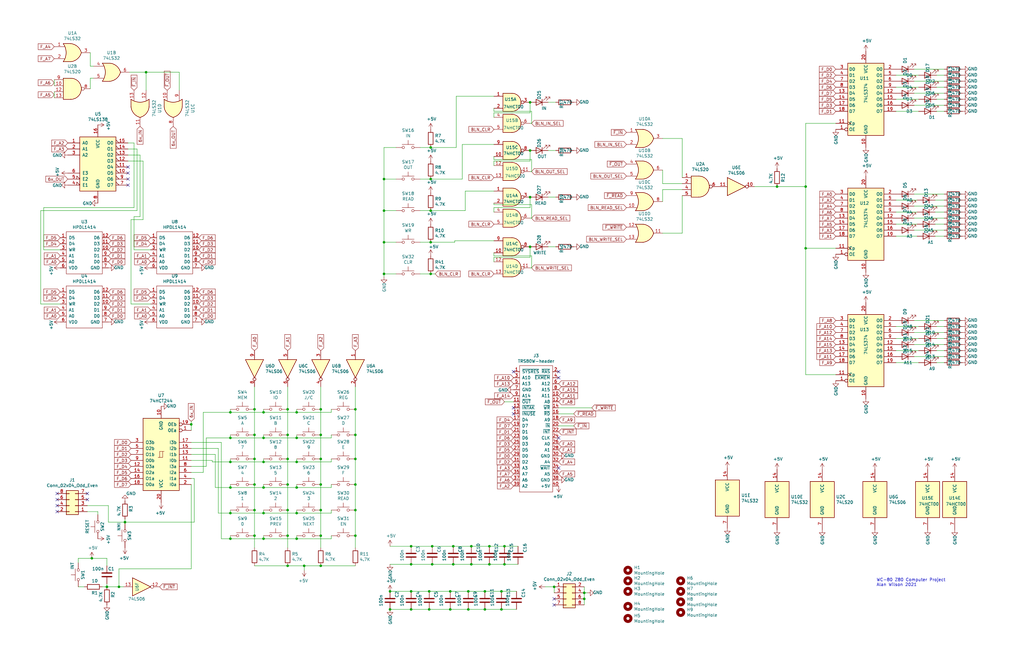
<source format=kicad_sch>
(kicad_sch (version 20230121) (generator eeschema)
  (paper "B")
  (junction (at 173.355 249.555))
  (junction (at 61.595 30.48))
  (junction (at 197.485 257.175))
  (junction (at 181.61 115.57))
  (junction (at 45.085 247.65))
  (junction (at 161.925 115.57))
  (junction (at 97.155 216.535))
  (junction (at 107.315 204.47))
  (junction (at 52.705 220.345))
  (junction (at 121.285 183.515))
  (junction (at 111.125 194.945))
  (junction (at 198.755 230.505))
  (junction (at 121.285 193.675))
  (junction (at 204.47 249.555))
  (junction (at 181.61 102.235))
  (junction (at 97.155 184.785))
  (junction (at 97.155 205.74))
  (junction (at 107.315 183.515))
  (junction (at 149.86 226.06))
  (junction (at 121.285 238.76))
  (junction (at 223.52 104.14))
  (junction (at 189.865 249.555))
  (junction (at 180.975 249.555))
  (junction (at 149.86 204.47))
  (junction (at 212.725 230.505))
  (junction (at 125.095 216.535))
  (junction (at 211.455 249.555))
  (junction (at 233.68 247.65))
  (junction (at 339.725 104.775))
  (junction (at 111.125 216.535))
  (junction (at 97.155 173.99))
  (junction (at 107.315 172.72))
  (junction (at 180.975 257.175))
  (junction (at 181.61 62.23))
  (junction (at 97.155 227.33))
  (junction (at 135.255 238.76))
  (junction (at 161.925 102.235))
  (junction (at 164.465 249.555))
  (junction (at 80.645 179.07))
  (junction (at 182.245 230.505))
  (junction (at 211.455 257.175))
  (junction (at 107.315 226.06))
  (junction (at 135.255 183.515))
  (junction (at 164.465 257.175))
  (junction (at 111.125 227.33))
  (junction (at 223.52 43.18))
  (junction (at 149.86 172.72))
  (junction (at 161.925 88.9))
  (junction (at 135.255 226.06))
  (junction (at 121.285 204.47))
  (junction (at 135.255 215.265))
  (junction (at 206.375 238.125))
  (junction (at 121.285 226.06))
  (junction (at 135.255 172.72))
  (junction (at 111.125 184.785))
  (junction (at 125.095 227.33))
  (junction (at 111.125 173.99))
  (junction (at 97.155 194.945))
  (junction (at 206.375 230.505))
  (junction (at 173.355 230.505))
  (junction (at 173.355 257.175))
  (junction (at 339.725 78.74))
  (junction (at 223.52 83.185))
  (junction (at 135.255 204.47))
  (junction (at 50.165 247.65))
  (junction (at 189.865 257.175))
  (junction (at 198.755 238.125))
  (junction (at 182.245 238.125))
  (junction (at 111.125 205.74))
  (junction (at 38.735 235.585))
  (junction (at 121.285 172.72))
  (junction (at 149.86 183.515))
  (junction (at 161.925 75.565))
  (junction (at 121.285 215.265))
  (junction (at 107.315 215.265))
  (junction (at 149.86 193.675))
  (junction (at 197.485 249.555))
  (junction (at 181.61 88.9))
  (junction (at 223.52 63.5))
  (junction (at 173.355 238.125))
  (junction (at 149.86 215.265))
  (junction (at 128.27 238.76))
  (junction (at 191.135 238.125))
  (junction (at 246.38 250.19))
  (junction (at 181.61 75.565))
  (junction (at 191.135 230.505))
  (junction (at 246.38 252.73))
  (junction (at 125.095 184.785))
  (junction (at 125.095 194.945))
  (junction (at 107.315 193.675))
  (junction (at 125.095 173.99))
  (junction (at 204.47 257.175))
  (junction (at 212.725 238.125))
  (junction (at 327.66 78.74))
  (junction (at 135.255 193.675))
  (junction (at 125.095 205.74))
  (no_connect (at 233.68 255.27))
  (no_connect (at 36.83 208.28))
  (no_connect (at 235.585 156.845))
  (no_connect (at 233.68 252.73))
  (no_connect (at 53.975 75.565))
  (no_connect (at 216.535 172.085))
  (no_connect (at 235.585 184.785))
  (no_connect (at 53.975 73.025))
  (no_connect (at 235.585 197.485))
  (no_connect (at 53.975 78.105))
  (no_connect (at 24.13 210.82))
  (no_connect (at 24.13 208.28))
  (no_connect (at 216.535 174.625))
  (no_connect (at 53.975 70.485))
  (no_connect (at 235.585 159.385))
  (no_connect (at 24.13 215.9))
  (no_connect (at 36.83 210.82))
  (no_connect (at 24.13 213.36))
  (no_connect (at 216.535 156.845))
  (wire (pts (xy 181.61 88.9) (xy 177.165 88.9)))
  (wire (pts (xy 394.335 94.615) (xy 398.145 94.615)))
  (wire (pts (xy 125.095 216.535) (xy 125.095 215.265)))
  (wire (pts (xy 89.535 194.945) (xy 89.535 194.31)))
  (wire (pts (xy 208.28 45.72) (xy 208.28 46.99)))
  (wire (pts (xy 111.125 194.945) (xy 111.125 193.675)))
  (wire (pts (xy 208.28 86.36) (xy 224.155 86.36)))
  (wire (pts (xy 223.52 108.585) (xy 223.52 104.14)))
  (wire (pts (xy 139.7 172.72) (xy 139.7 173.99)))
  (wire (pts (xy 173.355 238.125) (xy 182.245 238.125)))
  (wire (pts (xy 90.805 191.77) (xy 90.805 205.74)))
  (wire (pts (xy 398.145 44.45) (xy 385.445 44.45)))
  (wire (pts (xy 223.52 67.945) (xy 223.52 63.5)))
  (wire (pts (xy 327.66 78.74) (xy 339.725 78.74)))
  (wire (pts (xy 135.255 183.515) (xy 135.255 172.72)))
  (wire (pts (xy 279.4 58.42) (xy 287.655 58.42)))
  (wire (pts (xy 229.87 247.65) (xy 233.68 247.65)))
  (wire (pts (xy 97.155 173.99) (xy 85.725 173.99)))
  (wire (pts (xy 196.215 88.9) (xy 196.215 80.645)))
  (wire (pts (xy 93.345 186.69) (xy 80.645 186.69)))
  (wire (pts (xy 90.805 191.77) (xy 80.645 191.77)))
  (wire (pts (xy 45.085 247.65) (xy 43.18 247.65)))
  (wire (pts (xy 206.375 238.125) (xy 212.725 238.125)))
  (wire (pts (xy 181.61 102.235) (xy 191.77 102.235)))
  (wire (pts (xy 135.255 226.06) (xy 135.255 215.265)))
  (wire (pts (xy 224.155 92.075) (xy 223.52 92.075)))
  (wire (pts (xy 85.725 199.39) (xy 80.645 199.39)))
  (wire (pts (xy 135.255 163.195) (xy 135.255 172.72)))
  (wire (pts (xy 59.055 65.405) (xy 53.975 65.405)))
  (wire (pts (xy 192.405 62.23) (xy 181.61 62.23)))
  (wire (pts (xy 121.285 215.265) (xy 121.285 204.47)))
  (wire (pts (xy 394.97 46.99) (xy 398.145 46.99)))
  (wire (pts (xy 318.135 78.74) (xy 327.66 78.74)))
  (wire (pts (xy 56.515 91.44) (xy 59.055 91.44)))
  (wire (pts (xy 167.005 75.565) (xy 161.925 75.565)))
  (wire (pts (xy 80.645 177.8) (xy 80.645 179.07)))
  (wire (pts (xy 208.28 108.585) (xy 223.52 108.585)))
  (wire (pts (xy 191.77 101.6) (xy 208.28 101.6)))
  (wire (pts (xy 149.86 172.72) (xy 149.86 163.195)))
  (wire (pts (xy 128.27 240.665) (xy 128.27 238.76)))
  (wire (pts (xy 111.125 172.72) (xy 111.125 173.99)))
  (wire (pts (xy 139.7 227.33) (xy 139.7 226.06)))
  (wire (pts (xy 36.83 213.36) (xy 45.72 213.36)))
  (wire (pts (xy 224.155 67.31) (xy 224.155 72.39)))
  (wire (pts (xy 97.155 216.535) (xy 111.125 216.535)))
  (wire (pts (xy 22.86 36.195) (xy 22.86 33.655)))
  (wire (pts (xy 139.7 184.785) (xy 139.7 183.515)))
  (wire (pts (xy 173.355 230.505) (xy 164.465 230.505)))
  (wire (pts (xy 121.285 172.72) (xy 121.285 163.195)))
  (wire (pts (xy 385.445 39.37) (xy 398.145 39.37)))
  (wire (pts (xy 149.86 183.515) (xy 149.86 172.72)))
  (wire (pts (xy 56.515 60.325) (xy 53.975 60.325)))
  (wire (pts (xy 55.245 92.71) (xy 60.325 92.71)))
  (wire (pts (xy 196.215 80.645) (xy 208.28 80.645)))
  (wire (pts (xy 45.72 220.345) (xy 52.705 220.345)))
  (wire (pts (xy 97.155 227.33) (xy 93.345 227.33)))
  (wire (pts (xy 139.7 216.535) (xy 139.7 215.265)))
  (wire (pts (xy 181.61 115.57) (xy 183.515 115.57)))
  (wire (pts (xy 398.145 135.255) (xy 385.445 135.255)))
  (wire (pts (xy 211.455 257.175) (xy 204.47 257.175)))
  (wire (pts (xy 177.165 115.57) (xy 181.61 115.57)))
  (wire (pts (xy 223.52 47.625) (xy 208.28 47.625)))
  (wire (pts (xy 235.585 174.625) (xy 241.935 174.625)))
  (wire (pts (xy 208.28 107.95) (xy 224.155 107.95)))
  (wire (pts (xy 181.61 62.23) (xy 177.165 62.23)))
  (wire (pts (xy 97.155 226.06) (xy 97.155 227.33)))
  (wire (pts (xy 279.4 80.01) (xy 287.655 80.01)))
  (wire (pts (xy 111.125 205.74) (xy 125.095 205.74)))
  (wire (pts (xy 41.275 215.9) (xy 41.275 217.17)))
  (wire (pts (xy 149.86 231.14) (xy 149.86 226.06)))
  (wire (pts (xy 75.565 30.48) (xy 75.565 38.1)))
  (wire (pts (xy 208.28 66.04) (xy 208.28 67.31)))
  (wire (pts (xy 180.975 249.555) (xy 189.865 249.555)))
  (wire (pts (xy 97.155 205.74) (xy 90.805 205.74)))
  (wire (pts (xy 38.1 37.465) (xy 38.1 33.02)))
  (wire (pts (xy 125.095 227.33) (xy 125.095 226.06)))
  (wire (pts (xy 97.155 216.535) (xy 92.075 216.535)))
  (wire (pts (xy 208.28 67.31) (xy 224.155 67.31)))
  (wire (pts (xy 231.14 83.185) (xy 234.315 83.185)))
  (wire (pts (xy 81.915 220.345) (xy 81.915 201.93)))
  (wire (pts (xy 398.145 92.075) (xy 385.445 92.075)))
  (wire (pts (xy 111.125 216.535) (xy 125.095 216.535)))
  (wire (pts (xy 231.14 43.18) (xy 234.315 43.18)))
  (wire (pts (xy 97.155 194.945) (xy 89.535 194.945)))
  (wire (pts (xy 208.28 69.85) (xy 208.28 67.945)))
  (wire (pts (xy 135.255 238.76) (xy 149.86 238.76)))
  (wire (pts (xy 204.47 249.555) (xy 197.485 249.555)))
  (wire (pts (xy 173.355 249.555) (xy 180.975 249.555)))
  (wire (pts (xy 394.97 137.795) (xy 398.145 137.795)))
  (wire (pts (xy 125.095 194.945) (xy 125.095 193.675)))
  (wire (pts (xy 386.715 84.455) (xy 377.825 84.455)))
  (wire (pts (xy 161.925 102.235) (xy 167.005 102.235)))
  (wire (pts (xy 208.28 85.725) (xy 208.28 86.36)))
  (wire (pts (xy 92.075 189.23) (xy 80.645 189.23)))
  (wire (pts (xy 224.155 107.95) (xy 224.155 113.03)))
  (wire (pts (xy 25.4 105.41) (xy 18.415 105.41)))
  (wire (pts (xy 52.705 220.345) (xy 81.915 220.345)))
  (wire (pts (xy 398.145 41.91) (xy 394.97 41.91)))
  (wire (pts (xy 339.725 158.115) (xy 339.725 104.775)))
  (wire (pts (xy 107.315 231.14) (xy 107.315 226.06)))
  (wire (pts (xy 197.485 249.555) (xy 189.865 249.555)))
  (wire (pts (xy 60.325 92.71) (xy 60.325 67.945)))
  (wire (pts (xy 211.455 249.555) (xy 204.47 249.555)))
  (wire (pts (xy 182.245 230.505) (xy 191.135 230.505)))
  (wire (pts (xy 339.725 104.775) (xy 352.425 104.775)))
  (wire (pts (xy 208.28 67.945) (xy 223.52 67.945)))
  (wire (pts (xy 164.465 257.175) (xy 173.355 257.175)))
  (wire (pts (xy 18.415 87.63) (xy 56.515 87.63)))
  (wire (pts (xy 398.145 97.155) (xy 385.445 97.155)))
  (wire (pts (xy 135.255 204.47) (xy 135.255 193.675)))
  (wire (pts (xy 173.355 257.175) (xy 180.975 257.175)))
  (wire (pts (xy 38.735 235.585) (xy 33.02 235.585)))
  (wire (pts (xy 149.86 204.47) (xy 149.86 193.675)))
  (wire (pts (xy 54.61 30.48) (xy 61.595 30.48)))
  (wire (pts (xy 86.995 184.785) (xy 86.995 196.85)))
  (wire (pts (xy 191.77 102.235) (xy 191.77 101.6)))
  (wire (pts (xy 149.86 193.675) (xy 149.86 183.515)))
  (wire (pts (xy 224.155 86.36) (xy 224.155 92.075)))
  (wire (pts (xy 167.005 62.23) (xy 161.925 62.23)))
  (wire (pts (xy 233.68 250.19) (xy 233.68 247.65)))
  (wire (pts (xy 139.7 173.99) (xy 125.095 173.99)))
  (wire (pts (xy 387.35 147.955) (xy 377.825 147.955)))
  (wire (pts (xy 191.135 238.125) (xy 198.755 238.125)))
  (wire (pts (xy 398.145 34.29) (xy 385.445 34.29)))
  (wire (pts (xy 22.86 41.275) (xy 22.86 38.735)))
  (wire (pts (xy 52.705 220.98) (xy 52.705 220.345)))
  (wire (pts (xy 206.375 238.125) (xy 198.755 238.125)))
  (wire (pts (xy 139.7 194.945) (xy 125.095 194.945)))
  (wire (pts (xy 61.595 30.48) (xy 61.595 38.1)))
  (wire (pts (xy 149.86 215.265) (xy 149.86 204.47)))
  (wire (pts (xy 231.14 104.14) (xy 234.315 104.14)))
  (wire (pts (xy 217.805 257.175) (xy 211.455 257.175)))
  (wire (pts (xy 212.725 238.125) (xy 218.44 238.125)))
  (wire (pts (xy 398.145 81.915) (xy 385.445 81.915)))
  (wire (pts (xy 398.145 145.415) (xy 385.445 145.415)))
  (wire (pts (xy 55.245 128.27) (xy 55.245 92.71)))
  (wire (pts (xy 107.315 183.515) (xy 107.315 172.72)))
  (wire (pts (xy 139.7 193.675) (xy 139.7 194.945)))
  (wire (pts (xy 181.61 75.565) (xy 194.945 75.565)))
  (wire (pts (xy 198.755 230.505) (xy 191.135 230.505)))
  (wire (pts (xy 246.38 252.73) (xy 246.38 255.27)))
  (wire (pts (xy 386.715 99.695) (xy 377.825 99.695)))
  (wire (pts (xy 387.35 142.875) (xy 377.825 142.875)))
  (wire (pts (xy 25.4 128.27) (xy 17.145 128.27)))
  (wire (pts (xy 387.35 36.83) (xy 377.825 36.83)))
  (wire (pts (xy 339.725 78.74) (xy 339.725 52.07)))
  (wire (pts (xy 249.555 172.085) (xy 235.585 172.085)))
  (wire (pts (xy 231.14 63.5) (xy 234.315 63.5)))
  (wire (pts (xy 287.655 98.425) (xy 287.655 82.55)))
  (wire (pts (xy 50.165 240.03) (xy 50.165 247.65)))
  (wire (pts (xy 224.155 72.39) (xy 223.52 72.39)))
  (wire (pts (xy 204.47 257.175) (xy 197.485 257.175)))
  (wire (pts (xy 279.4 77.47) (xy 287.655 77.47)))
  (wire (pts (xy 107.315 226.06) (xy 107.315 215.265)))
  (wire (pts (xy 279.4 98.425) (xy 287.655 98.425)))
  (wire (pts (xy 125.095 194.945) (xy 111.125 194.945)))
  (wire (pts (xy 85.725 173.99) (xy 85.725 199.39)))
  (wire (pts (xy 217.805 249.555) (xy 211.455 249.555)))
  (wire (pts (xy 61.595 30.48) (xy 75.565 30.48)))
  (wire (pts (xy 125.095 205.74) (xy 139.7 205.74)))
  (wire (pts (xy 50.165 247.65) (xy 52.07 247.65)))
  (wire (pts (xy 33.02 247.65) (xy 35.56 247.65)))
  (wire (pts (xy 111.125 194.945) (xy 97.155 194.945)))
  (wire (pts (xy 339.725 52.07) (xy 352.425 52.07)))
  (wire (pts (xy 161.925 102.235) (xy 161.925 115.57)))
  (wire (pts (xy 387.35 41.91) (xy 377.825 41.91)))
  (wire (pts (xy 394.97 147.955) (xy 398.145 147.955)))
  (wire (pts (xy 63.5 128.27) (xy 55.245 128.27)))
  (wire (pts (xy 97.155 205.74) (xy 111.125 205.74)))
  (wire (pts (xy 385.445 86.995) (xy 398.145 86.995)))
  (wire (pts (xy 394.97 153.035) (xy 398.145 153.035)))
  (wire (pts (xy 167.005 88.9) (xy 161.925 88.9)))
  (wire (pts (xy 223.52 87.63) (xy 208.28 87.63)))
  (wire (pts (xy 38.1 22.225) (xy 38.1 27.94)))
  (wire (pts (xy 135.255 193.675) (xy 135.255 183.515)))
  (wire (pts (xy 128.27 238.76) (xy 135.255 238.76)))
  (wire (pts (xy 223.52 43.18) (xy 223.52 47.625)))
  (wire (pts (xy 111.125 216.535) (xy 111.125 215.265)))
  (wire (pts (xy 38.1 27.94) (xy 39.37 27.94)))
  (wire (pts (xy 182.245 238.125) (xy 191.135 238.125)))
  (wire (pts (xy 235.585 179.705) (xy 241.935 179.705)))
  (wire (pts (xy 97.155 194.945) (xy 97.155 193.675)))
  (wire (pts (xy 246.38 247.65) (xy 246.38 250.19)))
  (wire (pts (xy 18.415 105.41) (xy 18.415 87.63)))
  (wire (pts (xy 387.35 153.035) (xy 377.825 153.035)))
  (wire (pts (xy 52.705 220.345) (xy 52.705 219.075)))
  (wire (pts (xy 181.61 88.9) (xy 196.215 88.9)))
  (wire (pts (xy 161.925 88.9) (xy 161.925 102.235)))
  (wire (pts (xy 121.285 238.76) (xy 128.27 238.76)))
  (wire (pts (xy 135.255 231.14) (xy 135.255 226.06)))
  (wire (pts (xy 125.095 227.33) (xy 139.7 227.33)))
  (wire (pts (xy 60.325 67.945) (xy 53.975 67.945)))
  (wire (pts (xy 59.055 91.44) (xy 59.055 65.405)))
  (wire (pts (xy 164.465 238.125) (xy 173.355 238.125)))
  (wire (pts (xy 208.28 40.64) (xy 192.405 40.64)))
  (wire (pts (xy 161.925 75.565) (xy 161.925 88.9)))
  (wire (pts (xy 121.285 204.47) (xy 121.285 193.675)))
  (wire (pts (xy 125.095 173.99) (xy 111.125 173.99)))
  (wire (pts (xy 223.52 83.185) (xy 223.52 87.63)))
  (wire (pts (xy 208.28 47.625) (xy 208.28 49.53)))
  (wire (pts (xy 194.945 60.96) (xy 208.28 60.96)))
  (wire (pts (xy 125.095 172.72) (xy 125.095 173.99)))
  (wire (pts (xy 121.285 231.14) (xy 121.285 226.06)))
  (wire (pts (xy 224.155 113.03) (xy 223.52 113.03)))
  (wire (pts (xy 111.125 184.785) (xy 111.125 183.515)))
  (wire (pts (xy 33.02 235.585) (xy 33.02 237.49)))
  (wire (pts (xy 57.785 88.9) (xy 57.785 62.865)))
  (wire (pts (xy 212.725 230.505) (xy 218.44 230.505)))
  (wire (pts (xy 121.285 193.675) (xy 121.285 183.515)))
  (wire (pts (xy 182.245 230.505) (xy 173.355 230.505)))
  (wire (pts (xy 111.125 184.785) (xy 125.095 184.785)))
  (wire (pts (xy 111.125 227.33) (xy 111.125 226.06)))
  (wire (pts (xy 36.83 215.9) (xy 41.275 215.9)))
  (wire (pts (xy 111.125 173.99) (xy 97.155 173.99)))
  (wire (pts (xy 80.645 240.03) (xy 50.165 240.03)))
  (wire (pts (xy 224.155 46.99) (xy 224.155 52.07)))
  (wire (pts (xy 97.155 184.785) (xy 86.995 184.785)))
  (wire (pts (xy 177.165 75.565) (xy 181.61 75.565)))
  (wire (pts (xy 208.28 106.68) (xy 208.28 107.95)))
  (wire (pts (xy 339.725 104.775) (xy 339.725 78.74)))
  (wire (pts (xy 97.155 227.33) (xy 111.125 227.33)))
  (wire (pts (xy 97.155 173.99) (xy 97.155 172.72)))
  (wire (pts (xy 111.125 205.74) (xy 111.125 204.47)))
  (wire (pts (xy 80.645 181.61) (xy 80.645 179.07)))
  (wire (pts (xy 180.975 257.175) (xy 189.865 257.175)))
  (wire (pts (xy 394.335 99.695) (xy 398.145 99.695)))
  (wire (pts (xy 107.315 172.72) (xy 107.315 163.195)))
  (wire (pts (xy 92.075 216.535) (xy 92.075 189.23)))
  (wire (pts (xy 63.5 105.41) (xy 56.515 105.41)))
  (wire (pts (xy 192.405 40.64) (xy 192.405 62.23)))
  (wire (pts (xy 107.315 215.265) (xy 107.315 204.47)))
  (wire (pts (xy 93.345 227.33) (xy 93.345 186.69)))
  (wire (pts (xy 206.375 230.505) (xy 212.725 230.505)))
  (wire (pts (xy 125.095 216.535) (xy 139.7 216.535)))
  (wire (pts (xy 386.715 94.615) (xy 377.825 94.615)))
  (wire (pts (xy 17.145 128.27) (xy 17.145 88.9)))
  (wire (pts (xy 89.535 194.31) (xy 80.645 194.31)))
  (wire (pts (xy 107.315 204.47) (xy 107.315 193.675)))
  (wire (pts (xy 45.085 247.65) (xy 50.165 247.65)))
  (wire (pts (xy 97.155 204.47) (xy 97.155 205.74)))
  (wire (pts (xy 125.095 184.785) (xy 139.7 184.785)))
  (wire (pts (xy 111.125 227.33) (xy 125.095 227.33)))
  (wire (pts (xy 161.925 115.57) (xy 161.925 116.84)))
  (wire (pts (xy 208.28 46.99) (xy 224.155 46.99)))
  (wire (pts (xy 125.095 184.785) (xy 125.095 183.515)))
  (wire (pts (xy 80.645 204.47) (xy 80.645 240.03)))
  (wire (pts (xy 194.945 75.565) (xy 194.945 60.96)))
  (wire (pts (xy 97.155 183.515) (xy 97.155 184.785)))
  (wire (pts (xy 56.515 87.63) (xy 56.515 60.325)))
  (wire (pts (xy 394.97 142.875) (xy 398.145 142.875)))
  (wire (pts (xy 167.005 115.57) (xy 161.925 115.57)))
  (wire (pts (xy 387.35 46.99) (xy 377.825 46.99)))
  (wire (pts (xy 386.715 89.535) (xy 377.825 89.535)))
  (wire (pts (xy 246.38 250.19) (xy 246.38 252.73)))
  (wire (pts (xy 149.86 226.06) (xy 149.86 215.265)))
  (wire (pts (xy 206.375 230.505) (xy 198.755 230.505)))
  (wire (pts (xy 208.28 87.63) (xy 208.28 89.535)))
  (wire (pts (xy 377.825 31.75) (xy 387.35 31.75)))
  (wire (pts (xy 125.095 205.74) (xy 125.095 204.47)))
  (wire (pts (xy 208.28 110.49) (xy 208.28 108.585)))
  (wire (pts (xy 81.915 201.93) (xy 80.645 201.93)))
  (wire (pts (xy 97.155 184.785) (xy 111.125 184.785)))
  (wire (pts (xy 279.4 77.47) (xy 279.4 71.755)))
  (wire (pts (xy 107.315 238.76) (xy 121.285 238.76)))
  (wire (pts (xy 139.7 205.74) (xy 139.7 204.47)))
  (wire (pts (xy 352.425 158.115) (xy 339.725 158.115)))
  (wire (pts (xy 17.145 88.9) (xy 57.785 88.9)))
  (wire (pts (xy 394.335 89.535) (xy 398.145 89.535)))
  (wire (pts (xy 121.285 215.265) (xy 121.285 226.06)))
  (wire (pts (xy 394.97 31.75) (xy 398.145 31.75)))
  (wire (pts (xy 279.4 80.01) (xy 279.4 85.09)))
  (wire (pts (xy 38.1 33.02) (xy 39.37 33.02)))
  (wire (pts (xy 224.155 52.07) (xy 223.52 52.07)))
  (wire (pts (xy 287.655 58.42) (xy 287.655 74.93)))
  (wire (pts (xy 45.72 213.36) (xy 45.72 220.345)))
  (wire (pts (xy 107.315 193.675) (xy 107.315 183.515)))
  (wire (pts (xy 387.35 137.795) (xy 377.825 137.795)))
  (wire (pts (xy 212.725 169.545) (xy 216.535 169.545)))
  (wire (pts (xy 45.085 235.585) (xy 38.735 235.585)))
  (wire (pts (xy 398.145 140.335) (xy 385.445 140.335)))
  (wire (pts (xy 135.255 215.265) (xy 135.255 204.47)))
  (wire (pts (xy 45.085 238.76) (xy 45.085 235.585)))
  (wire (pts (xy 247.65 250.19) (xy 246.38 250.19)))
  (wire (pts (xy 177.165 102.235) (xy 181.61 102.235)))
  (wire (pts (xy 398.145 29.21) (xy 385.445 29.21)))
  (wire (pts (xy 164.465 249.555) (xy 173.355 249.555)))
  (wire (pts (xy 97.155 215.265) (xy 97.155 216.535)))
  (wire (pts (xy 398.145 150.495) (xy 385.445 150.495)))
  (wire (pts (xy 86.995 196.85) (xy 80.645 196.85)))
  (wire (pts (xy 197.485 257.175) (xy 189.865 257.175)))
  (wire (pts (xy 394.335 84.455) (xy 398.145 84.455)))
  (wire (pts (xy 121.285 183.515) (xy 121.285 172.72)))
  (wire (pts (xy 161.925 62.23) (xy 161.925 75.565)))
  (wire (pts (xy 45.085 246.38) (xy 45.085 247.65)))
  (wire (pts (xy 56.515 105.41) (xy 56.515 91.44)))
  (wire (pts (xy 57.785 62.865) (xy 53.975 62.865)))
  (wire (pts (xy 394.97 36.83) (xy 398.145 36.83)))
  (text "WC-80 Z80 Computer Project\nAlan Wilson 2021" (at 369.57 247.65 0) (effects (font (size 1.27 1.27)) (justify left bottom)))
  (global_label "F_A4" (shape input) (at 352.425 86.995 180) (property "Intersheetrefs" "${INTERSHEET_REFS}" (effects hide)))
  (global_label "BLN_OUT_SEL" (shape input) (at 224.155 72.39 0) (property "Intersheetrefs" "${INTERSHEET_REFS}" (effects hide)))
  (global_label "F_A5" (shape input) (at 22.86 40.005 180) (property "Intersheetrefs" "${INTERSHEET_REFS}" (effects hide)))
  (global_label "F_D7" (shape input) (at 216.535 179.705 180) (property "Intersheetrefs" "${INTERSHEET_REFS}" (effects hide)))
  (global_label "F_D4" (shape input) (at 63.5 125.73 180) (property "Intersheetrefs" "${INTERSHEET_REFS}" (effects hide)))
  (global_label "F_D3" (shape input) (at 83.82 102.87 0) (property "Intersheetrefs" "${INTERSHEET_REFS}" (effects hide)))
  (global_label "F_A13" (shape input) (at 352.425 147.955 180) (property "Intersheetrefs" "${INTERSHEET_REFS}" (effects hide)))
  (global_label "BLN_READ_SEL" (shape input) (at 264.16 87.63 180) (property "Intersheetrefs" "${INTERSHEET_REFS}" (effects hide)))
  (global_label "BLN_OUT_SEL" (shape input) (at 264.16 74.295 180) (property "Intersheetrefs" "${INTERSHEET_REFS}" (effects hide)))
  (global_label "F_D2" (shape input) (at 83.82 105.41 0) (property "Intersheetrefs" "${INTERSHEET_REFS}" (effects hide)))
  (global_label "BLN_CLR" (shape input) (at 208.28 54.61 180) (property "Intersheetrefs" "${INTERSHEET_REFS}" (effects hide)))
  (global_label "F_A0" (shape input) (at 107.315 147.955 90) (property "Intersheetrefs" "${INTERSHEET_REFS}" (effects hide)))
  (global_label "F_A4" (shape input) (at 235.585 194.945 0) (property "Intersheetrefs" "${INTERSHEET_REFS}" (effects hide)))
  (global_label "F_D7" (shape input) (at 55.245 204.47 180) (property "Intersheetrefs" "${INTERSHEET_REFS}" (effects hide)))
  (global_label "F_D3" (shape input) (at 55.245 194.31 180) (property "Intersheetrefs" "${INTERSHEET_REFS}" (effects hide)))
  (global_label "~{F_WRITE}" (shape input) (at 249.555 172.085 0) (property "Intersheetrefs" "${INTERSHEET_REFS}" (effects hide)))
  (global_label "F_A0" (shape input) (at 352.425 81.915 180) (property "Intersheetrefs" "${INTERSHEET_REFS}" (effects hide)))
  (global_label "~{F_INT}" (shape input) (at 235.585 182.245 0) (property "Intersheetrefs" "${INTERSHEET_REFS}" (effects hide)))
  (global_label "F_D0" (shape input) (at 216.535 192.405 180) (property "Intersheetrefs" "${INTERSHEET_REFS}" (effects hide)))
  (global_label "F_A1" (shape input) (at 121.285 147.955 90) (property "Intersheetrefs" "${INTERSHEET_REFS}" (effects hide)))
  (global_label "F_D0" (shape input) (at 45.72 133.35 0) (property "Intersheetrefs" "${INTERSHEET_REFS}" (effects hide)))
  (global_label "F_A9" (shape input) (at 352.425 153.035 180) (property "Intersheetrefs" "${INTERSHEET_REFS}" (effects hide)))
  (global_label "F_D5" (shape input) (at 216.535 189.865 180) (property "Intersheetrefs" "${INTERSHEET_REFS}" (effects hide)))
  (global_label "F_D0" (shape input) (at 352.425 29.21 180) (property "Intersheetrefs" "${INTERSHEET_REFS}" (effects hide)))
  (global_label "F_D4" (shape input) (at 216.535 177.165 180) (property "Intersheetrefs" "${INTERSHEET_REFS}" (effects hide)))
  (global_label "F_A11" (shape input) (at 352.425 150.495 180) (property "Intersheetrefs" "${INTERSHEET_REFS}" (effects hide)))
  (global_label "F_A2" (shape input) (at 216.535 205.105 180) (property "Intersheetrefs" "${INTERSHEET_REFS}" (effects hide)))
  (global_label "F_D1" (shape input) (at 83.82 130.81 0) (property "Intersheetrefs" "${INTERSHEET_REFS}" (effects hide)))
  (global_label "F_A14" (shape input) (at 216.535 167.005 180) (property "Intersheetrefs" "${INTERSHEET_REFS}" (effects hide)))
  (global_label "F_D6" (shape input) (at 45.72 100.33 0) (property "Intersheetrefs" "${INTERSHEET_REFS}" (effects hide)))
  (global_label "F_D5" (shape input) (at 55.245 199.39 180) (property "Intersheetrefs" "${INTERSHEET_REFS}" (effects hide)))
  (global_label "F_A0" (shape input) (at 25.4 133.35 180) (property "Intersheetrefs" "${INTERSHEET_REFS}" (effects hide)))
  (global_label "F_A7" (shape input) (at 22.86 24.765 180) (property "Intersheetrefs" "${INTERSHEET_REFS}" (effects hide)))
  (global_label "F_D3" (shape input) (at 45.72 102.87 0) (property "Intersheetrefs" "${INTERSHEET_REFS}" (effects hide)))
  (global_label "F_A15" (shape input) (at 352.425 145.415 180) (property "Intersheetrefs" "${INTERSHEET_REFS}" (effects hide)))
  (global_label "F_A12" (shape input) (at 235.585 161.925 0) (property "Intersheetrefs" "${INTERSHEET_REFS}" (effects hide)))
  (global_label "~{F_IN}" (shape input) (at 56.515 38.1 90) (property "Intersheetrefs" "${INTERSHEET_REFS}" (effects hide)))
  (global_label "F_D6" (shape input) (at 216.535 184.785 180) (property "Intersheetrefs" "${INTERSHEET_REFS}" (effects hide)))
  (global_label "F_D6" (shape input) (at 83.82 123.19 0) (property "Intersheetrefs" "${INTERSHEET_REFS}" (effects hide)))
  (global_label "F_D6" (shape input) (at 352.425 36.83 180) (property "Intersheetrefs" "${INTERSHEET_REFS}" (effects hide)))
  (global_label "F_D6" (shape input) (at 45.72 123.19 0) (property "Intersheetrefs" "${INTERSHEET_REFS}" (effects hide)))
  (global_label "F_D5" (shape input) (at 25.4 100.33 180) (property "Intersheetrefs" "${INTERSHEET_REFS}" (effects hide)))
  (global_label "F_D2" (shape input) (at 55.245 191.77 180) (property "Intersheetrefs" "${INTERSHEET_REFS}" (effects hide)))
  (global_label "F_D0" (shape input) (at 83.82 110.49 0) (property "Intersheetrefs" "${INTERSHEET_REFS}" (effects hide)))
  (global_label "F_D4" (shape input) (at 352.425 34.29 180) (property "Intersheetrefs" "${INTERSHEET_REFS}" (effects hide)))
  (global_label "F_A13" (shape input) (at 216.535 161.925 180) (property "Intersheetrefs" "${INTERSHEET_REFS}" (effects hide)))
  (global_label "F_D3" (shape input) (at 83.82 125.73 0) (property "Intersheetrefs" "${INTERSHEET_REFS}" (effects hide)))
  (global_label "~{F_READ}" (shape input) (at 241.935 174.625 0) (property "Intersheetrefs" "${INTERSHEET_REFS}" (effects hide)))
  (global_label "F_D4" (shape input) (at 25.4 102.87 180) (property "Intersheetrefs" "${INTERSHEET_REFS}" (effects hide)))
  (global_label "F_D4" (shape input) (at 25.4 125.73 180) (property "Intersheetrefs" "${INTERSHEET_REFS}" (effects hide)))
  (global_label "F_A1" (shape input) (at 63.5 107.95 180) (property "Intersheetrefs" "${INTERSHEET_REFS}" (effects hide)))
  (global_label "F_D5" (shape input) (at 63.5 100.33 180) (property "Intersheetrefs" "${INTERSHEET_REFS}" (effects hide)))
  (global_label "6x_IN" (shape input) (at 80.645 177.8 90) (property "Intersheetrefs" "${INTERSHEET_REFS}" (effects hide)))
  (global_label "F_A4" (shape input) (at 22.86 19.685 180) (property "Intersheetrefs" "${INTERSHEET_REFS}" (effects hide)))
  (global_label "F_A3" (shape input) (at 28.575 62.865 180) (property "Intersheetrefs" "${INTERSHEET_REFS}" (effects hide)))
  (global_label "F_A8" (shape input) (at 235.585 169.545 0) (property "Intersheetrefs" "${INTERSHEET_REFS}" (effects hide)))
  (global_label "F_A9" (shape input) (at 235.585 177.165 0) (property "Intersheetrefs" "${INTERSHEET_REFS}" (effects hide)))
  (global_label "BLN_CLR" (shape input) (at 208.28 74.93 180) (property "Intersheetrefs" "${INTERSHEET_REFS}" (effects hide)))
  (global_label "~{F_OUT}" (shape input) (at 212.725 169.545 180) (property "Intersheetrefs" "${INTERSHEET_REFS}" (effects hide)))
  (global_label "F_D0" (shape input) (at 83.82 133.35 0) (property "Intersheetrefs" "${INTERSHEET_REFS}" (effects hide)))
  (global_label "BLN_READ_SEL" (shape input) (at 224.155 92.075 0) (property "Intersheetrefs" "${INTERSHEET_REFS}" (effects hide)))
  (global_label "BLN_WRITE_SEL" (shape input) (at 264.16 100.965 180) (property "Intersheetrefs" "${INTERSHEET_REFS}" (effects hide)))
  (global_label "F_A11" (shape input) (at 235.585 167.005 0) (property "Intersheetrefs" "${INTERSHEET_REFS}" (effects hide)))
  (global_label "BLN_CLR" (shape input) (at 208.28 94.615 180) (property "Intersheetrefs" "${INTERSHEET_REFS}" (effects hide)))
  (global_label "F_A10" (shape input) (at 216.535 159.385 180) (property "Intersheetrefs" "${INTERSHEET_REFS}" (effects hide)))
  (global_label "F_D1" (shape input) (at 45.72 130.81 0) (property "Intersheetrefs" "${INTERSHEET_REFS}" (effects hide)))
  (global_label "~{F_OUT}" (shape input) (at 70.485 38.1 90) (property "Intersheetrefs" "${INTERSHEET_REFS}" (effects hide)))
  (global_label "F_D5" (shape input) (at 63.5 123.19 180) (property "Intersheetrefs" "${INTERSHEET_REFS}" (effects hide)))
  (global_label "~{F_WRITE}" (shape input) (at 264.16 95.885 180) (property "Intersheetrefs" "${INTERSHEET_REFS}" (effects hide)))
  (global_label "F_A2" (shape input) (at 28.575 60.325 180) (property "Intersheetrefs" "${INTERSHEET_REFS}" (effects hide)))
  (global_label "F_A3" (shape input) (at 149.86 147.955 90) (property "Intersheetrefs" "${INTERSHEET_REFS}" (effects hide)))
  (global_label "F_A0" (shape input) (at 63.5 133.35 180) (property "Intersheetrefs" "${INTERSHEET_REFS}" (effects hide)))
  (global_label "~{F_INT}" (shape input) (at 67.31 247.65 0) (property "Intersheetrefs" "${INTERSHEET_REFS}" (effects hide)))
  (global_label "F_D4" (shape input) (at 63.5 102.87 180) (property "Intersheetrefs" "${INTERSHEET_REFS}" (effects hide)))
  (global_label "F_A1" (shape input) (at 63.5 130.81 180) (property "Intersheetrefs" "${INTERSHEET_REFS}" (effects hide)))
  (global_label "F_A7" (shape input) (at 216.535 200.025 180) (property "Intersheetrefs" "${INTERSHEET_REFS}" (effects hide)))
  (global_label "F_A2" (shape input) (at 352.425 84.455 180) (property "Intersheetrefs" "${INTERSHEET_REFS}" (effects hide)))
  (global_label "F_D4" (shape input) (at 55.245 196.85 180) (property "Intersheetrefs" "${INTERSHEET_REFS}" (effects hide)))
  (global_label "F_A15" (shape input) (at 235.585 164.465 0) (property "Intersheetrefs" "${INTERSHEET_REFS}" (effects hide)))
  (global_label "F_D2" (shape input) (at 83.82 128.27 0) (property "Intersheetrefs" "${INTERSHEET_REFS}" (effects hide)))
  (global_label "F_D2" (shape input) (at 45.72 128.27 0) (property "Intersheetrefs" "${INTERSHEET_REFS}" (effects hide)))
  (global_label "F_D3" (shape input) (at 45.72 125.73 0) (property "Intersheetrefs" "${INTERSHEET_REFS}" (effects hide)))
  (global_label "F_D0" (shape input) (at 45.72 110.49 0) (property "Intersheetrefs" "${INTERSHEET_REFS}" (effects hide)))
  (global_label "F_D2" (shape input) (at 45.72 105.41 0) (property "Intersheetrefs" "${INTERSHEET_REFS}" (effects hide)))
  (global_label "F_A10" (shape input) (at 352.425 137.795 180) (property "Intersheetrefs" "${INTERSHEET_REFS}" (effects hide)))
  (global_label "F_D3" (shape input) (at 216.535 187.325 180) (property "Intersheetrefs" "${INTERSHEET_REFS}" (effects hide)))
  (global_label "BLN_WRITE_SEL" (shape input) (at 224.155 113.03 0) (property "Intersheetrefs" "${INTERSHEET_REFS}" (effects hide)))
  (global_label "F_D6" (shape input) (at 83.82 100.33 0) (property "Intersheetrefs" "${INTERSHEET_REFS}" (effects hide)))
  (global_label "F_A3" (shape input) (at 352.425 97.155 180) (property "Intersheetrefs" "${INTERSHEET_REFS}" (effects hide)))
  (global_label "~{F_IN}" (shape input) (at 241.935 179.705 0) (property "Intersheetrefs" "${INTERSHEET_REFS}" (effects hide)))
  (global_label "F_D5" (shape input) (at 352.425 41.91 180) (property "Intersheetrefs" "${INTERSHEET_REFS}" (effects hide)))
  (global_label "F_D5" (shape input) (at 25.4 123.19 180) (property "Intersheetrefs" "${INTERSHEET_REFS}" (effects hide)))
  (global_label "6x_IN" (shape input) (at 59.055 53.34 270) (property "Intersheetrefs" "${INTERSHEET_REFS}" (effects hide)))
  (global_label "F_A1" (shape input) (at 235.585 189.865 0) (property "Intersheetrefs" "${INTERSHEET_REFS}" (effects hide)))
  (global_label "F_A0" (shape input) (at 235.585 187.325 0) (property "Intersheetrefs" "${INTERSHEET_REFS}" (effects hide)))
  (global_label "F_D2" (shape input) (at 216.535 194.945 180) (property "Intersheetrefs" "${INTERSHEET_REFS}" (effects hide)))
  (global_label "F_A14" (shape input) (at 352.425 142.875 180) (property "Intersheetrefs" "${INTERSHEET_REFS}" (effects hide)))
  (global_label "F_D1" (shape input) (at 352.425 46.99 180) (property "Intersheetrefs" "${INTERSHEET_REFS}" (effects hide)))
  (global_label "F_A1" (shape input) (at 25.4 107.95 180) (property "Intersheetrefs" "${INTERSHEET_REFS}" (effects hide)))
  (global_label "F_D1" (shape input) (at 216.535 182.245 180) (property "Intersheetrefs" "${INTERSHEET_REFS}" (effects hide)))
  (global_label "~{F_READ}" (shape input) (at 264.16 82.55 180) (property "Intersheetrefs" "${INTERSHEET_REFS}" (effects hide)))
  (global_label "F_A1" (shape input) (at 25.4 130.81 180) (property "Intersheetrefs" "${INTERSHEET_REFS}" (effects hide)))
  (global_label "BLN_IN_SEL" (shape input) (at 264.16 60.96 180) (property "Intersheetrefs" "${INTERSHEET_REFS}" (effects hide)))
  (global_label "F_A2" (shape input) (at 135.255 147.955 90) (property "Intersheetrefs" "${INTERSHEET_REFS}" (effects hide)))
  (global_label "6x_OUT" (shape input) (at 73.025 53.34 270) (property "Intersheetrefs" "${INTERSHEET_REFS}" (effects hide)))
  (global_label "F_A6" (shape input) (at 22.86 34.925 180) (property "Intersheetrefs" "${INTERSHEET_REFS}" (effects hide)))
  (global_label "F_D6" (shape input) (at 55.245 201.93 180) (property "Intersheetrefs" "${INTERSHEET_REFS}" (effects hide)))
  (global_label "F_A0" (shape input) (at 63.5 110.49 180) (property "Intersheetrefs" "${INTERSHEET_REFS}" (effects hide)))
  (global_label "F_A6" (shape input) (at 216.535 202.565 180) (property "Intersheetrefs" "${INTERSHEET_REFS}" (effects hide)))
  (global_label "F_D1" (shape input) (at 45.72 107.95 0) (property "Intersheetrefs" "${INTERSHEET_REFS}" (effects hide)))
  (global_label "F_A8" (shape input) (at 352.425 135.255 180) (property "Intersheetrefs" "${INTERSHEET_REFS}" (effects hide)))
  (global_label "F_D3" (shape input) (at 352.425 44.45 180) (property "Intersheetrefs" "${INTERSHEET_REFS}" (effects hide)))
  (global_label "F_A5" (shape input) (at 235.585 200.025 0) (property "Intersheetrefs" "${INTERSHEET_REFS}" (effects hide)))
  (global_label "F_A0" (shape input) (at 25.4 110.49 180) (property "Intersheetrefs" "${INTERSHEET_REFS}" (effects hide)))
  (global_label "BLN_IN_SEL" (shape input) (at 224.155 52.07 0) (property "Intersheetrefs" "${INTERSHEET_REFS}" (effects hide)))
  (global_label "~{F_IN}" (shape input) (at 264.16 55.88 180) (property "Intersheetrefs" "${INTERSHEET_REFS}" (effects hide)))
  (global_label "BLN_CLR" (shape input) (at 183.515 115.57 0) (property "Intersheetrefs" "${INTERSHEET_REFS}" (effects hide)))
  (global_label "F_A7" (shape input) (at 352.425 92.075 180) (property "Intersheetrefs" "${INTERSHEET_REFS}" (effects hide)))
  (global_label "6x_OUT" (shape input) (at 28.575 75.565 180) (property "Intersheetrefs" "${INTERSHEET_REFS}" (effects hide)))
  (global_label "F_D7" (shape input) (at 352.425 39.37 180) (property "Intersheetrefs" "${INTERSHEET_REFS}" (effects hide)))
  (global_label "F_A1" (shape input) (at 352.425 99.695 180) (property "Intersheetrefs" "${INTERSHEET_REFS}" (effects hide)))
  (global_label "F_A5" (shape input) (at 352.425 94.615 180) (property "Intersheetrefs" "${INTERSHEET_REFS}" (effects hide)))
  (global_label "BLN_CLR" (shape input) (at 208.28 115.57 180) (property "Intersheetrefs" "${INTERSHEET_REFS}" (effects hide)))
  (global_label "F_A3" (shape input) (at 216.535 197.485 180) (property "Intersheetrefs" "${INTERSHEET_REFS}" (effects hide)))
  (global_label "F_A12" (shape input) (at 352.425 140.335 180) (property "Intersheetrefs" "${INTERSHEET_REFS}" (effects hide)))
  (global_label "F_D0" (shape input) (at 55.245 186.69 180) (property "Intersheetrefs" "${INTERSHEET_REFS}" (effects hide)))
  (global_label "F_A6" (shape input) (at 352.425 89.535 180) (property "Intersheetrefs" "${INTERSHEET_REFS}" (effects hide)))
  (global_label "F_D2" (shape input) (at 352.425 31.75 180) (property "Intersheetrefs" "${INTERSHEET_REFS}" (effects hide)))
  (global_label "F_D1" (shape input) (at 83.82 107.95 0) (property "Intersheetrefs" "${INTERSHEET_REFS}" (effects hide)))
  (global_label "~{F_OUT}" (shape input) (at 264.16 69.215 180) (property "Intersheetrefs" "${INTERSHEET_REFS}" (effects hide)))
  (global_label "F_D1" (shape input) (at 55.245 189.23 180) (property "Intersheetrefs" "${INTERSHEET_REFS}" (effects hide)))
  (symbol (lib_id "power:GND") (at 235.585 202.565 90) (unit 1)
    (property "Reference" "#PWR075" (effects hide))
    (property "Value" "GND" (at 239.9792 202.438 90))
  )
  (symbol (lib_id "power:+5V") (at 235.585 205.105 180) (unit 1)
    (property "Reference" "#PWR076" (effects hide))
    (property "Value" "+5V" (at 235.204 209.4992 0))
  )
  (symbol (lib_id "wilson-z80:TRS80W-header") (at 225.425 179.705 0) (unit 1)
    (property "Reference" "J3" (at 226.06 150.114 0))
    (property "Value" "TRS80W-header" (at 226.06 152.4254 0))
    (property "Footprint" "Connector_PinHeader_2.54mm:PinHeader_2x20_P2.54mm_Vertical" (effects hide))
  )
  (symbol (lib_id "power:GND") (at 235.585 192.405 90) (unit 1)
    (property "Reference" "#PWR074" (effects hide))
    (property "Value" "GND" (at 239.9792 192.278 90))
  )
  (symbol (lib_id "power:GND") (at 216.535 164.465 270) (unit 1)
    (property "Reference" "#PWR071" (effects hide))
    (property "Value" "GND" (at 212.1408 164.592 90))
  )
  (symbol (lib_id "power:+5V") (at 164.465 230.505 0) (unit 1)
    (property "Reference" "#PWR039" (effects hide))
    (property "Value" "+5V" (at 164.846 226.1108 0))
  )
  (symbol (lib_id "power:GND") (at 164.465 238.125 0) (unit 1)
    (property "Reference" "#PWR040" (effects hide))
    (property "Value" "GND" (at 164.592 242.5192 90))
  )
  (symbol (lib_id "Device:C") (at 173.355 234.315 0) (unit 1)
    (property "Reference" "C3" (at 176.276 233.1466 90) (effects (justify left)))
    (property "Value" "100n" (at 169.545 236.855 90) (effects (justify left)))
    (property "Footprint" "Capacitor_SMD:C_0805_2012Metric" (effects hide))
  )
  (symbol (lib_id "Device:C") (at 182.245 234.315 0) (unit 1)
    (property "Reference" "C6" (at 185.166 233.1466 90) (effects (justify left)))
    (property "Value" "100n" (at 178.435 236.855 90) (effects (justify left)))
    (property "Footprint" "Capacitor_SMD:C_0805_2012Metric" (effects hide))
  )
  (symbol (lib_id "Device:C") (at 191.135 234.315 0) (unit 1)
    (property "Reference" "C8" (at 194.056 233.1466 90) (effects (justify left)))
    (property "Value" "100n" (at 187.325 236.855 90) (effects (justify left)))
    (property "Footprint" "Capacitor_SMD:C_0805_2012Metric" (effects hide))
  )
  (symbol (lib_id "Device:C") (at 198.755 234.315 0) (unit 1)
    (property "Reference" "C10" (at 201.676 233.1466 90) (effects (justify left)))
    (property "Value" "100n" (at 194.945 236.855 90) (effects (justify left)))
    (property "Footprint" "Capacitor_SMD:C_0805_2012Metric" (effects hide))
  )
  (symbol (lib_id "Connector_Generic:Conn_02x04_Odd_Even") (at 238.76 250.19 0) (unit 1)
    (property "Reference" "J2" (at 240.03 242.1382 0))
    (property "Value" "Conn_02x04_Odd_Even" (at 240.03 244.4496 0))
    (property "Footprint" "Connector_PinHeader_2.54mm:PinHeader_2x04_P2.54mm_Vertical" (effects hide))
  )
  (symbol (lib_id "Connector_Generic:Conn_02x04_Odd_Even") (at 31.75 213.36 180) (unit 1)
    (property "Reference" "J1" (at 30.48 202.565 0))
    (property "Value" "Conn_02x04_Odd_Even" (at 30.48 204.8764 0))
    (property "Footprint" "Connector_PinHeader_2.54mm:PinHeader_2x04_P2.54mm_Vertical" (effects hide))
  )
  (symbol (lib_id "power:GND") (at 247.65 250.19 90) (unit 1)
    (property "Reference" "#PWR032" (effects hide))
    (property "Value" "GND" (at 252.0442 250.063 90))
  )
  (symbol (lib_id "Device:LED") (at 381.635 29.21 180) (unit 1)
    (property "Reference" "D1" (at 381.635 24.13 90) (effects (justify left)))
    (property "Value" "D0" (at 384.81 31.75 0) (effects (justify left)))
    (property "Footprint" "LED_THT:LED_D3.0mm_FlatTop" (effects hide))
  )
  (symbol (lib_id "Mechanical:MountingHole") (at 287.02 245.11 0) (unit 1)
    (property "Reference" "H6" (at 289.56 243.9416 0) (effects (justify left)))
    (property "Value" "MountingHole" (at 289.56 246.253 0) (effects (justify left)))
    (property "Footprint" "MountingHole:MountingHole_3.2mm_M3_DIN965" (effects hide))
  )
  (symbol (lib_id "Mechanical:MountingHole") (at 287.02 249.555 0) (unit 1)
    (property "Reference" "H7" (at 289.56 248.3866 0) (effects (justify left)))
    (property "Value" "MountingHole" (at 289.56 250.698 0) (effects (justify left)))
    (property "Footprint" "MountingHole:MountingHole_3.2mm_M3_DIN965" (effects hide))
  )
  (symbol (lib_id "Mechanical:MountingHole") (at 287.02 254 0) (unit 1)
    (property "Reference" "H8" (at 289.56 252.8316 0) (effects (justify left)))
    (property "Value" "MountingHole" (at 289.56 255.143 0) (effects (justify left)))
    (property "Footprint" "MountingHole:MountingHole_3.2mm_M3_DIN965" (effects hide))
  )
  (symbol (lib_id "Mechanical:MountingHole") (at 287.02 258.445 0) (unit 1)
    (property "Reference" "H9" (at 289.56 257.2766 0) (effects (justify left)))
    (property "Value" "MountingHole" (at 289.56 259.588 0) (effects (justify left)))
    (property "Footprint" "MountingHole:MountingHole_3.2mm_M3_DIN965" (effects hide))
  )
  (symbol (lib_id "74xx:74LS374") (at 365.125 94.615 0) (unit 1)
    (property "Reference" "U12" (at 364.49 85.725 0))
    (property "Value" "74LS374" (at 365.125 92.075 90))
    (property "Footprint" "Package_SO:SOIC-20W_7.5x12.8mm_P1.27mm" (effects hide))
    (property "Datasheet" "http://www.ti.com/lit/gpn/sn74LS374" (effects hide))
  )
  (symbol (lib_id "power:+5V") (at 365.125 74.295 0) (unit 1)
    (property "Reference" "#PWR035" (effects hide))
    (property "Value" "+5V" (at 365.506 69.9008 0))
  )
  (symbol (lib_id "power:GND") (at 365.125 114.935 0) (unit 1)
    (property "Reference" "#PWR036" (effects hide))
    (property "Value" "GND" (at 365.252 119.3292 90))
  )
  (symbol (lib_id "power:GND") (at 352.425 107.315 0) (unit 1)
    (property "Reference" "#PWR030" (effects hide))
    (property "Value" "GND" (at 352.552 111.7092 90))
  )
  (symbol (lib_id "74xx:74LS32") (at 271.78 58.42 0) (unit 1)
    (property "Reference" "U10" (at 271.78 50.165 0))
    (property "Value" "74LS32" (at 271.78 52.4764 0))
    (property "Footprint" "Package_SO:SOIC-14_3.9x8.7mm_P1.27mm" (effects hide))
    (property "Datasheet" "http://www.ti.com/lit/gpn/sn74LS32" (effects hide))
  )
  (symbol (lib_id "74xx:74LS32") (at 271.78 71.755 0) (unit 2)
    (property "Reference" "U10" (at 271.78 63.5 0))
    (property "Value" "74LS32" (at 271.78 65.8114 0))
    (property "Footprint" "Package_SO:SOIC-14_3.9x8.7mm_P1.27mm" (effects hide))
    (property "Datasheet" "http://www.ti.com/lit/gpn/sn74LS32" (effects hide))
  )
  (symbol (lib_id "74xx:74LS32") (at 271.78 85.09 0) (unit 3)
    (property "Reference" "U10" (at 271.78 76.835 0))
    (property "Value" "74LS32" (at 271.78 79.1464 0))
    (property "Footprint" "Package_SO:SOIC-14_3.9x8.7mm_P1.27mm" (effects hide))
    (property "Datasheet" "http://www.ti.com/lit/gpn/sn74LS32" (effects hide))
  )
  (symbol (lib_id "74xx:74LS32") (at 271.78 98.425 0) (unit 4)
    (property "Reference" "U10" (at 271.78 90.17 0))
    (property "Value" "74LS32" (at 271.78 92.4814 0))
    (property "Footprint" "Package_SO:SOIC-14_3.9x8.7mm_P1.27mm" (effects hide))
    (property "Datasheet" "http://www.ti.com/lit/gpn/sn74LS32" (effects hide))
  )
  (symbol (lib_id "74xx:74LS32") (at 327.66 210.82 0) (unit 5)
    (property "Reference" "U10" (at 333.502 209.6516 0) (effects (justify left)))
    (property "Value" "74LS32" (at 333.502 211.963 0) (effects (justify left)))
    (property "Footprint" "Package_SO:SOIC-14_3.9x8.7mm_P1.27mm" (effects hide))
    (property "Datasheet" "http://www.ti.com/lit/gpn/sn74LS32" (effects hide))
  )
  (symbol (lib_id "power:GND") (at 327.66 223.52 0) (unit 1)
    (property "Reference" "#PWR070" (effects hide))
    (property "Value" "GND" (at 327.787 227.9142 90))
  )
  (symbol (lib_id "power:GND") (at 346.71 223.52 0) (unit 1)
    (property "Reference" "#PWR073" (effects hide))
    (property "Value" "GND" (at 346.837 227.9142 90))
  )
  (symbol (lib_id "power:+5V") (at 327.66 198.12 0) (unit 1)
    (property "Reference" "#PWR069" (effects hide))
    (property "Value" "+5V" (at 328.041 193.7258 0))
  )
  (symbol (lib_id "power:+5V") (at 346.71 198.12 0) (unit 1)
    (property "Reference" "#PWR072" (effects hide))
    (property "Value" "+5V" (at 347.091 193.7258 0))
  )
  (symbol (lib_id "74xx:74LS20") (at 295.275 78.74 0) (unit 1)
    (property "Reference" "U2" (at 295.275 69.215 0))
    (property "Value" "74LS20" (at 295.275 71.5264 0))
    (property "Footprint" "Package_SO:SOIC-14_3.9x8.7mm_P1.27mm" (effects hide))
    (property "Datasheet" "http://www.ti.com/lit/gpn/sn74LS20" (effects hide))
  )
  (symbol (lib_id "74xx:74LS20") (at 30.48 37.465 0) (unit 2)
    (property "Reference" "U2" (at 30.48 27.94 0))
    (property "Value" "74LS20" (at 30.48 30.2514 0))
    (property "Footprint" "Package_SO:SOIC-14_3.9x8.7mm_P1.27mm" (effects hide))
    (property "Datasheet" "http://www.ti.com/lit/gpn/sn74LS20" (effects hide))
  )
  (symbol (lib_id "74xx:74LS20") (at 346.71 210.82 0) (unit 3)
    (property "Reference" "U2" (at 352.552 209.6516 0) (effects (justify left)))
    (property "Value" "74LS20" (at 352.552 211.963 0) (effects (justify left)))
    (property "Footprint" "Package_SO:SOIC-14_3.9x8.7mm_P1.27mm" (effects hide))
    (property "Datasheet" "http://www.ti.com/lit/gpn/sn74LS20" (effects hide))
  )
  (symbol (lib_id "Device:R") (at 181.61 58.42 0) (unit 1)
    (property "Reference" "R7" (at 183.388 57.2516 0) (effects (justify left)))
    (property "Value" "4.7K" (at 183.388 59.563 0) (effects (justify left)))
    (property "Footprint" "Resistor_SMD:R_0805_2012Metric" (effects hide))
  )
  (symbol (lib_id "Device:R") (at 181.61 71.755 0) (unit 1)
    (property "Reference" "R8" (at 183.388 70.5866 0) (effects (justify left)))
    (property "Value" "4.7K" (at 183.388 72.898 0) (effects (justify left)))
    (property "Footprint" "Resistor_SMD:R_0805_2012Metric" (effects hide))
  )
  (symbol (lib_id "Device:R") (at 181.61 85.09 0) (unit 1)
    (property "Reference" "R9" (at 183.388 83.9216 0) (effects (justify left)))
    (property "Value" "4.7K" (at 183.388 86.233 0) (effects (justify left)))
    (property "Footprint" "Resistor_SMD:R_0805_2012Metric" (effects hide))
  )
  (symbol (lib_id "Device:R") (at 181.61 98.425 0) (unit 1)
    (property "Reference" "R10" (at 183.388 97.2566 0) (effects (justify left)))
    (property "Value" "4.7K" (at 183.388 99.568 0) (effects (justify left)))
    (property "Footprint" "Resistor_SMD:R_0805_2012Metric" (effects hide))
  )
  (symbol (lib_id "power:+5V") (at 181.61 94.615 0) (unit 1)
    (property "Reference" "#PWR026" (effects hide))
    (property "Value" "+5V" (at 181.991 90.2208 0))
  )
  (symbol (lib_id "power:+5V") (at 181.61 81.28 0) (unit 1)
    (property "Reference" "#PWR025" (effects hide))
    (property "Value" "+5V" (at 181.991 76.8858 0))
  )
  (symbol (lib_id "power:+5V") (at 181.61 67.945 0) (unit 1)
    (property "Reference" "#PWR024" (effects hide))
    (property "Value" "+5V" (at 181.991 63.5508 0))
  )
  (symbol (lib_id "power:+5V") (at 181.61 54.61 0) (unit 1)
    (property "Reference" "#PWR023" (effects hide))
    (property "Value" "+5V" (at 181.991 50.2158 0))
  )
  (symbol (lib_id "power:GND") (at 161.925 116.84 0) (unit 1)
    (property "Reference" "#PWR021" (effects hide))
    (property "Value" "GND" (at 162.052 121.2342 90))
  )
  (symbol (lib_id "74xx:74LS374") (at 365.125 147.955 0) (unit 1)
    (property "Reference" "U13" (at 364.49 139.065 0))
    (property "Value" "74LS374" (at 365.125 145.415 90))
    (property "Footprint" "Package_SO:SOIC-20W_7.5x12.8mm_P1.27mm" (effects hide))
    (property "Datasheet" "http://www.ti.com/lit/gpn/sn74LS374" (effects hide))
  )
  (symbol (lib_id "power:+5V") (at 365.125 127.635 0) (unit 1)
    (property "Reference" "#PWR037" (effects hide))
    (property "Value" "+5V" (at 365.506 123.2408 0))
  )
  (symbol (lib_id "power:GND") (at 365.125 168.275 0) (unit 1)
    (property "Reference" "#PWR038" (effects hide))
    (property "Value" "GND" (at 365.252 172.6692 90))
  )
  (symbol (lib_id "power:GND") (at 352.425 160.655 0) (unit 1)
    (property "Reference" "#PWR031" (effects hide))
    (property "Value" "GND" (at 352.552 165.0492 90))
  )
  (symbol (lib_id "Device:LED") (at 381.635 34.29 180) (unit 1)
    (property "Reference" "D2" (at 381.635 29.21 90) (effects (justify left)))
    (property "Value" "D4" (at 384.81 36.83 0) (effects (justify left)))
    (property "Footprint" "LED_THT:LED_D3.0mm_FlatTop" (effects hide))
  )
  (symbol (lib_id "Device:LED") (at 381.635 39.37 180) (unit 1)
    (property "Reference" "D3" (at 381.635 34.29 90) (effects (justify left)))
    (property "Value" "D7" (at 384.81 41.91 0) (effects (justify left)))
    (property "Footprint" "LED_THT:LED_D3.0mm_FlatTop" (effects hide))
  )
  (symbol (lib_id "Device:LED") (at 381.635 44.45 180) (unit 1)
    (property "Reference" "D4" (at 381.635 39.37 90) (effects (justify left)))
    (property "Value" "D3" (at 384.81 46.99 0) (effects (justify left)))
    (property "Footprint" "LED_THT:LED_D3.0mm_FlatTop" (effects hide))
  )
  (symbol (lib_id "74xx:74LS374") (at 365.125 41.91 0) (unit 1)
    (property "Reference" "U11" (at 364.49 33.02 0))
    (property "Value" "74LS374" (at 365.125 39.37 90))
    (property "Footprint" "Package_SO:SOIC-20W_7.5x12.8mm_P1.27mm" (effects hide))
    (property "Datasheet" "http://www.ti.com/lit/gpn/sn74LS374" (effects hide))
  )
  (symbol (lib_id "power:+5V") (at 365.125 21.59 0) (unit 1)
    (property "Reference" "#PWR033" (effects hide))
    (property "Value" "+5V" (at 365.506 17.1958 0))
  )
  (symbol (lib_id "power:GND") (at 365.125 62.23 0) (unit 1)
    (property "Reference" "#PWR034" (effects hide))
    (property "Value" "GND" (at 365.252 66.6242 90))
  )
  (symbol (lib_id "power:GND") (at 352.425 54.61 0) (unit 1)
    (property "Reference" "#PWR029" (effects hide))
    (property "Value" "GND" (at 352.552 59.0042 90))
  )
  (symbol (lib_id "Device:LED") (at 391.16 31.75 180) (unit 1)
    (property "Reference" "D17" (at 391.16 26.67 90) (effects (justify left)))
    (property "Value" "D2" (at 394.335 34.29 0) (effects (justify left)))
    (property "Footprint" "LED_THT:LED_D3.0mm_FlatTop" (effects hide))
  )
  (symbol (lib_id "Device:LED") (at 391.16 36.83 180) (unit 1)
    (property "Reference" "D18" (at 391.16 31.75 90) (effects (justify left)))
    (property "Value" "D6" (at 394.335 39.37 0) (effects (justify left)))
    (property "Footprint" "LED_THT:LED_D3.0mm_FlatTop" (effects hide))
  )
  (symbol (lib_id "Device:LED") (at 391.16 41.91 180) (unit 1)
    (property "Reference" "D19" (at 391.16 36.83 90) (effects (justify left)))
    (property "Value" "D5" (at 394.335 44.45 0) (effects (justify left)))
    (property "Footprint" "LED_THT:LED_D3.0mm_FlatTop" (effects hide))
  )
  (symbol (lib_id "Device:LED") (at 391.16 46.99 180) (unit 1)
    (property "Reference" "D20" (at 391.16 41.91 90) (effects (justify left)))
    (property "Value" "D1" (at 394.335 49.53 0) (effects (justify left)))
    (property "Footprint" "LED_THT:LED_D3.0mm_FlatTop" (effects hide))
  )
  (symbol (lib_id "Device:LED") (at 381.635 81.915 180) (unit 1)
    (property "Reference" "D5" (at 381.635 76.835 90) (effects (justify left)))
    (property "Value" "A0" (at 384.81 84.455 0) (effects (justify left)))
    (property "Footprint" "LED_THT:LED_D3.0mm_FlatTop" (effects hide))
  )
  (symbol (lib_id "Device:LED") (at 381.635 86.995 180) (unit 1)
    (property "Reference" "D6" (at 381.635 81.915 90) (effects (justify left)))
    (property "Value" "A4" (at 384.81 89.535 0) (effects (justify left)))
    (property "Footprint" "LED_THT:LED_D3.0mm_FlatTop" (effects hide))
  )
  (symbol (lib_id "Device:LED") (at 381.635 92.075 180) (unit 1)
    (property "Reference" "D7" (at 381.635 86.995 90) (effects (justify left)))
    (property "Value" "A7" (at 384.81 94.615 0) (effects (justify left)))
    (property "Footprint" "LED_THT:LED_D3.0mm_FlatTop" (effects hide))
  )
  (symbol (lib_id "Device:LED") (at 381.635 97.155 180) (unit 1)
    (property "Reference" "D8" (at 381.635 92.075 90) (effects (justify left)))
    (property "Value" "A3" (at 384.81 99.695 0) (effects (justify left)))
    (property "Footprint" "LED_THT:LED_D3.0mm_FlatTop" (effects hide))
  )
  (symbol (lib_id "Device:LED") (at 390.525 84.455 180) (unit 1)
    (property "Reference" "D13" (at 390.525 79.375 90) (effects (justify left)))
    (property "Value" "A2" (at 393.7 86.995 0) (effects (justify left)))
    (property "Footprint" "LED_THT:LED_D3.0mm_FlatTop" (effects hide))
  )
  (symbol (lib_id "Device:LED") (at 390.525 89.535 180) (unit 1)
    (property "Reference" "D14" (at 390.525 84.455 90) (effects (justify left)))
    (property "Value" "A6" (at 393.7 92.075 0) (effects (justify left)))
    (property "Footprint" "LED_THT:LED_D3.0mm_FlatTop" (effects hide))
  )
  (symbol (lib_id "Device:LED") (at 390.525 94.615 180) (unit 1)
    (property "Reference" "D15" (at 390.525 89.535 90) (effects (justify left)))
    (property "Value" "A5" (at 393.7 97.155 0) (effects (justify left)))
    (property "Footprint" "LED_THT:LED_D3.0mm_FlatTop" (effects hide))
  )
  (symbol (lib_id "Device:LED") (at 390.525 99.695 180) (unit 1)
    (property "Reference" "D16" (at 390.525 94.615 90) (effects (justify left)))
    (property "Value" "A1" (at 393.7 102.235 0) (effects (justify left)))
    (property "Footprint" "LED_THT:LED_D3.0mm_FlatTop" (effects hide))
  )
  (symbol (lib_id "Device:LED") (at 381.635 135.255 180) (unit 1)
    (property "Reference" "D9" (at 381.635 130.175 90) (effects (justify left)))
    (property "Value" "A8" (at 384.81 137.795 0) (effects (justify left)))
    (property "Footprint" "LED_THT:LED_D3.0mm_FlatTop" (effects hide))
  )
  (symbol (lib_id "Device:LED") (at 381.635 140.335 180) (unit 1)
    (property "Reference" "D10" (at 381.635 135.255 90) (effects (justify left)))
    (property "Value" "A12" (at 384.81 142.875 0) (effects (justify left)))
    (property "Footprint" "LED_THT:LED_D3.0mm_FlatTop" (effects hide))
  )
  (symbol (lib_id "Device:LED") (at 381.635 145.415 180) (unit 1)
    (property "Reference" "D11" (at 381.635 140.335 90) (effects (justify left)))
    (property "Value" "A15" (at 384.81 147.955 0) (effects (justify left)))
    (property "Footprint" "LED_THT:LED_D3.0mm_FlatTop" (effects hide))
  )
  (symbol (lib_id "Device:LED") (at 381.635 150.495 180) (unit 1)
    (property "Reference" "D12" (at 381.635 145.415 90) (effects (justify left)))
    (property "Value" "A11" (at 384.81 153.035 0) (effects (justify left)))
    (property "Footprint" "LED_THT:LED_D3.0mm_FlatTop" (effects hide))
  )
  (symbol (lib_id "Device:LED") (at 391.16 137.795 180) (unit 1)
    (property "Reference" "D21" (at 391.16 132.715 90) (effects (justify left)))
    (property "Value" "A10" (at 394.335 140.335 0) (effects (justify left)))
    (property "Footprint" "LED_THT:LED_D3.0mm_FlatTop" (effects hide))
  )
  (symbol (lib_id "Device:LED") (at 391.16 142.875 180) (unit 1)
    (property "Reference" "D22" (at 391.16 137.795 90) (effects (justify left)))
    (property "Value" "A14" (at 394.335 145.415 0) (effects (justify left)))
    (property "Footprint" "LED_THT:LED_D3.0mm_FlatTop" (effects hide))
  )
  (symbol (lib_id "Device:LED") (at 391.16 147.955 180) (unit 1)
    (property "Reference" "D23" (at 391.16 142.875 90) (effects (justify left)))
    (property "Value" "A13" (at 394.335 150.495 0) (effects (justify left)))
    (property "Footprint" "LED_THT:LED_D3.0mm_FlatTop" (effects hide))
  )
  (symbol (lib_id "Device:LED") (at 391.16 153.035 180) (unit 1)
    (property "Reference" "D24" (at 391.16 147.955 90) (effects (justify left)))
    (property "Value" "A9" (at 394.335 155.575 0) (effects (justify left)))
    (property "Footprint" "LED_THT:LED_D3.0mm_FlatTop" (effects hide))
  )
  (symbol (lib_id "power:+5V") (at 229.87 247.65 90) (unit 1)
    (property "Reference" "#PWR028" (effects hide))
    (property "Value" "+5V" (at 225.4758 247.269 0))
  )
  (symbol (lib_id "Device:C") (at 206.375 234.315 0) (unit 1)
    (property "Reference" "C12" (at 209.296 233.1466 90) (effects (justify left)))
    (property "Value" "100n" (at 202.565 236.855 90) (effects (justify left)))
    (property "Footprint" "Capacitor_SMD:C_0805_2012Metric" (effects hide))
  )
  (symbol (lib_id "power:+5V") (at 164.465 249.555 0) (unit 1)
    (property "Reference" "#PWR041" (effects hide))
    (property "Value" "+5V" (at 164.846 245.1608 0))
  )
  (symbol (lib_id "power:GND") (at 164.465 257.175 0) (unit 1)
    (property "Reference" "#PWR042" (effects hide))
    (property "Value" "GND" (at 164.592 261.5692 90))
  )
  (symbol (lib_id "Device:C") (at 173.355 253.365 0) (unit 1)
    (property "Reference" "C4" (at 176.276 252.1966 90) (effects (justify left)))
    (property "Value" "100n" (at 169.545 255.905 90) (effects (justify left)))
    (property "Footprint" "Capacitor_SMD:C_0805_2012Metric" (effects hide))
  )
  (symbol (lib_id "Device:C") (at 164.465 253.365 0) (unit 1)
    (property "Reference" "C2" (at 167.386 252.1966 90) (effects (justify left)))
    (property "Value" "100n" (at 160.655 255.905 90) (effects (justify left)))
    (property "Footprint" "Capacitor_SMD:C_0805_2012Metric" (effects hide))
  )
  (symbol (lib_id "Switch:SW_Push") (at 102.235 172.72 0) (unit 1)
    (property "Reference" "SW4" (at 102.235 165.481 0))
    (property "Value" "MEM" (at 102.235 167.7924 0))
    (property "Footprint" "alnwlsn-custom-fp:DTSL-6" (effects hide))
  )
  (symbol (lib_id "Switch:SW_Push") (at 116.205 172.72 0) (unit 1)
    (property "Reference" "SW10" (at 116.205 165.481 0))
    (property "Value" "IO" (at 116.205 167.7924 0))
    (property "Footprint" "alnwlsn-custom-fp:DTSL-6" (effects hide))
  )
  (symbol (lib_id "Switch:SW_Push") (at 130.175 172.72 0) (unit 1)
    (property "Reference" "SW20" (at 130.175 165.481 0))
    (property "Value" "J/C" (at 130.175 167.7924 0))
    (property "Footprint" "alnwlsn-custom-fp:DTSL-6" (effects hide))
  )
  (symbol (lib_id "Switch:SW_Push") (at 144.78 172.72 0) (unit 1)
    (property "Reference" "SW26" (at 144.78 165.481 0))
    (property "Value" "REG" (at 144.78 167.7924 0))
    (property "Footprint" "alnwlsn-custom-fp:DTSL-6" (effects hide))
  )
  (symbol (lib_id "Switch:SW_Push") (at 102.235 183.515 0) (unit 1)
    (property "Reference" "SW5" (at 102.235 176.276 0))
    (property "Value" "A" (at 102.235 178.5874 0))
    (property "Footprint" "alnwlsn-custom-fp:DTSL-6" (effects hide))
  )
  (symbol (lib_id "Switch:SW_Push") (at 116.205 183.515 0) (unit 1)
    (property "Reference" "SW11" (at 116.205 176.276 0))
    (property "Value" "B" (at 116.205 178.5874 0))
    (property "Footprint" "alnwlsn-custom-fp:DTSL-6" (effects hide))
  )
  (symbol (lib_id "Switch:SW_Push") (at 130.175 183.515 0) (unit 1)
    (property "Reference" "SW21" (at 130.175 176.276 0))
    (property "Value" "C" (at 130.175 178.5874 0))
    (property "Footprint" "alnwlsn-custom-fp:DTSL-6" (effects hide))
  )
  (symbol (lib_id "Switch:SW_Push") (at 144.78 183.515 0) (unit 1)
    (property "Reference" "SW27" (at 144.78 176.276 0))
    (property "Value" "D" (at 144.78 178.5874 0))
    (property "Footprint" "alnwlsn-custom-fp:DTSL-6" (effects hide))
  )
  (symbol (lib_id "Switch:SW_Push") (at 102.235 193.675 0) (unit 1)
    (property "Reference" "SW6" (at 102.235 186.436 0))
    (property "Value" "7" (at 102.235 188.7474 0))
    (property "Footprint" "alnwlsn-custom-fp:DTSL-6" (effects hide))
  )
  (symbol (lib_id "Switch:SW_Push") (at 116.205 193.675 0) (unit 1)
    (property "Reference" "SW12" (at 116.205 186.436 0))
    (property "Value" "8" (at 116.205 188.7474 0))
    (property "Footprint" "alnwlsn-custom-fp:DTSL-6" (effects hide))
  )
  (symbol (lib_id "Switch:SW_Push") (at 130.175 193.675 0) (unit 1)
    (property "Reference" "SW22" (at 130.175 186.436 0))
    (property "Value" "9" (at 130.175 188.7474 0))
    (property "Footprint" "alnwlsn-custom-fp:DTSL-6" (effects hide))
  )
  (symbol (lib_id "Switch:SW_Push") (at 144.78 193.675 0) (unit 1)
    (property "Reference" "SW28" (at 144.78 186.436 0))
    (property "Value" "E" (at 144.78 188.7474 0))
    (property "Footprint" "alnwlsn-custom-fp:DTSL-6" (effects hide))
  )
  (symbol (lib_id "Switch:SW_Push") (at 102.235 204.47 0) (unit 1)
    (property "Reference" "SW7" (at 102.235 197.231 0))
    (property "Value" "4" (at 102.235 199.5424 0))
    (property "Footprint" "alnwlsn-custom-fp:DTSL-6" (effects hide))
  )
  (symbol (lib_id "Switch:SW_Push") (at 116.205 204.47 0) (unit 1)
    (property "Reference" "SW13" (at 116.205 197.231 0))
    (property "Value" "5" (at 116.205 199.5424 0))
    (property "Footprint" "alnwlsn-custom-fp:DTSL-6" (effects hide))
  )
  (symbol (lib_id "Switch:SW_Push") (at 130.175 204.47 0) (unit 1)
    (property "Reference" "SW23" (at 130.175 197.231 0))
    (property "Value" "6" (at 130.175 199.5424 0))
    (property "Footprint" "alnwlsn-custom-fp:DTSL-6" (effects hide))
  )
  (symbol (lib_id "Switch:SW_Push") (at 144.78 204.47 0) (unit 1)
    (property "Reference" "SW29" (at 144.78 197.231 0))
    (property "Value" "F" (at 144.78 199.5424 0))
    (property "Footprint" "alnwlsn-custom-fp:DTSL-6" (effects hide))
  )
  (symbol (lib_id "Switch:SW_Push") (at 102.235 215.265 0) (unit 1)
    (property "Reference" "SW8" (at 102.235 208.026 0))
    (property "Value" "1" (at 102.235 210.3374 0))
    (property "Footprint" "alnwlsn-custom-fp:DTSL-6" (effects hide))
  )
  (symbol (lib_id "Switch:SW_Push") (at 116.205 215.265 0) (unit 1)
    (property "Reference" "SW14" (at 116.205 208.026 0))
    (property "Value" "2" (at 116.205 210.3374 0))
    (property "Footprint" "alnwlsn-custom-fp:DTSL-6" (effects hide))
  )
  (symbol (lib_id "Switch:SW_Push") (at 130.175 215.265 0) (unit 1)
    (property "Reference" "SW24" (at 130.175 208.026 0))
    (property "Value" "3" (at 130.175 210.3374 0))
    (property "Footprint" "alnwlsn-custom-fp:DTSL-6" (effects hide))
  )
  (symbol (lib_id "Switch:SW_Push") (at 144.78 215.265 0) (unit 1)
    (property "Reference" "SW30" (at 144.78 208.026 0))
    (property "Value" "READ" (at 144.78 210.3374 0))
    (property "Footprint" "alnwlsn-custom-fp:DTSL-6" (effects hide))
  )
  (symbol (lib_id "Switch:SW_Push") (at 102.235 226.06 0) (unit 1)
    (property "Reference" "SW9" (at 102.235 218.821 0))
    (property "Value" "0" (at 102.235 221.1324 0))
    (property "Footprint" "alnwlsn-custom-fp:DTSL-6" (effects hide))
  )
  (symbol (lib_id "Switch:SW_Push") (at 116.205 226.06 0) (unit 1)
    (property "Reference" "SW15" (at 116.205 218.821 0))
    (property "Value" "PREV" (at 116.205 221.1324 0))
    (property "Footprint" "alnwlsn-custom-fp:DTSL-6" (effects hide))
  )
  (symbol (lib_id "Switch:SW_Push") (at 130.175 226.06 0) (unit 1)
    (property "Reference" "SW25" (at 130.175 218.821 0))
    (property "Value" "NEXT" (at 130.175 221.1324 0))
    (property "Footprint" "alnwlsn-custom-fp:DTSL-6" (effects hide))
  )
  (symbol (lib_id "Switch:SW_Push") (at 144.78 226.06 0) (unit 1)
    (property "Reference" "SW31" (at 144.78 218.821 0))
    (property "Value" "EN" (at 144.78 221.1324 0))
    (property "Footprint" "alnwlsn-custom-fp:DTSL-6" (effects hide))
  )
  (symbol (lib_id "Switch:SW_Push") (at 172.085 102.235 0) (unit 1)
    (property "Reference" "SW19" (at 172.085 94.996 0))
    (property "Value" "WR" (at 172.085 97.3074 0))
    (property "Footprint" "alnwlsn-custom-fp:DTSL-6" (effects hide))
  )
  (symbol (lib_id "Switch:SW_Push") (at 172.085 88.9 0) (unit 1)
    (property "Reference" "SW18" (at 172.085 81.661 0))
    (property "Value" "READ" (at 172.085 83.9724 0))
    (property "Footprint" "alnwlsn-custom-fp:DTSL-6" (effects hide))
  )
  (symbol (lib_id "Switch:SW_Push") (at 172.085 75.565 0) (unit 1)
    (property "Reference" "SW17" (at 172.085 68.326 0))
    (property "Value" "OUT" (at 172.085 70.6374 0))
    (property "Footprint" "alnwlsn-custom-fp:DTSL-6" (effects hide))
  )
  (symbol (lib_id "Switch:SW_Push") (at 172.085 62.23 0) (unit 1)
    (property "Reference" "SW16" (at 172.085 54.991 0))
    (property "Value" "IN" (at 172.085 57.3024 0))
    (property "Footprint" "alnwlsn-custom-fp:DTSL-6" (effects hide))
  )
  (symbol (lib_id "Device:R") (at 401.955 29.21 270) (unit 1)
    (property "Reference" "R13" (at 400.685 27.94 0) (effects (justify left)))
    (property "Value" "470" (at 401.32 29.21 90) (effects (justify left)))
    (property "Footprint" "Resistor_SMD:R_0805_2012Metric" (effects hide))
  )
  (symbol (lib_id "Device:R") (at 401.955 31.75 270) (unit 1)
    (property "Reference" "R14" (at 400.685 30.48 0) (effects (justify left)))
    (property "Value" "470" (at 401.32 31.75 90) (effects (justify left)))
    (property "Footprint" "Resistor_SMD:R_0805_2012Metric" (effects hide))
  )
  (symbol (lib_id "Device:R") (at 401.955 34.29 270) (unit 1)
    (property "Reference" "R15" (at 400.685 33.02 0) (effects (justify left)))
    (property "Value" "470" (at 401.32 34.29 90) (effects (justify left)))
    (property "Footprint" "Resistor_SMD:R_0805_2012Metric" (effects hide))
  )
  (symbol (lib_id "Device:R") (at 401.955 36.83 270) (unit 1)
    (property "Reference" "R16" (at 400.685 35.56 0) (effects (justify left)))
    (property "Value" "470" (at 401.32 36.83 90) (effects (justify left)))
    (property "Footprint" "Resistor_SMD:R_0805_2012Metric" (effects hide))
  )
  (symbol (lib_id "Device:R") (at 401.955 39.37 270) (unit 1)
    (property "Reference" "R17" (at 400.685 38.1 0) (effects (justify left)))
    (property "Value" "470" (at 401.32 39.37 90) (effects (justify left)))
    (property "Footprint" "Resistor_SMD:R_0805_2012Metric" (effects hide))
  )
  (symbol (lib_id "Device:R") (at 401.955 41.91 270) (unit 1)
    (property "Reference" "R18" (at 400.685 40.64 0) (effects (justify left)))
    (property "Value" "470" (at 401.32 41.91 90) (effects (justify left)))
    (property "Footprint" "Resistor_SMD:R_0805_2012Metric" (effects hide))
  )
  (symbol (lib_id "Device:R") (at 401.955 44.45 270) (unit 1)
    (property "Reference" "R19" (at 400.685 43.18 0) (effects (justify left)))
    (property "Value" "470" (at 401.32 44.45 90) (effects (justify left)))
    (property "Footprint" "Resistor_SMD:R_0805_2012Metric" (effects hide))
  )
  (symbol (lib_id "Device:R") (at 401.955 46.99 270) (unit 1)
    (property "Reference" "R20" (at 400.685 45.72 0) (effects (justify left)))
    (property "Value" "470" (at 401.32 46.99 90) (effects (justify left)))
    (property "Footprint" "Resistor_SMD:R_0805_2012Metric" (effects hide))
  )
  (symbol (lib_id "power:GND") (at 405.765 29.21 90) (unit 1)
    (property "Reference" "#PWR043" (effects hide))
    (property "Value" "GND" (at 410.1592 29.083 90))
  )
  (symbol (lib_id "power:GND") (at 405.765 31.75 90) (unit 1)
    (property "Reference" "#PWR044" (effects hide))
    (property "Value" "GND" (at 410.1592 31.623 90))
  )
  (symbol (lib_id "power:GND") (at 405.765 34.29 90) (unit 1)
    (property "Reference" "#PWR045" (effects hide))
    (property "Value" "GND" (at 410.1592 34.163 90))
  )
  (symbol (lib_id "power:GND") (at 405.765 36.83 90) (unit 1)
    (property "Reference" "#PWR046" (effects hide))
    (property "Value" "GND" (at 410.1592 36.703 90))
  )
  (symbol (lib_id "power:GND") (at 405.765 39.37 90) (unit 1)
    (property "Reference" "#PWR047" (effects hide))
    (property "Value" "GND" (at 410.1592 39.243 90))
  )
  (symbol (lib_id "power:GND") (at 405.765 41.91 90) (unit 1)
    (property "Reference" "#PWR048" (effects hide))
    (property "Value" "GND" (at 410.1592 41.783 90))
  )
  (symbol (lib_id "power:GND") (at 405.765 44.45 90) (unit 1)
    (property "Reference" "#PWR049" (effects hide))
    (property "Value" "GND" (at 410.1592 44.323 90))
  )
  (symbol (lib_id "power:GND") (at 405.765 46.99 90) (unit 1)
    (property "Reference" "#PWR050" (effects hide))
    (property "Value" "GND" (at 410.1592 46.863 90))
  )
  (symbol (lib_id "Device:R") (at 401.955 81.915 270) (unit 1)
    (property "Reference" "R21" (at 400.685 80.645 0) (effects (justify left)))
    (property "Value" "470" (at 401.32 81.915 90) (effects (justify left)))
    (property "Footprint" "Resistor_SMD:R_0805_2012Metric" (effects hide))
  )
  (symbol (lib_id "Device:R") (at 401.955 84.455 270) (unit 1)
    (property "Reference" "R22" (at 400.685 83.185 0) (effects (justify left)))
    (property "Value" "470" (at 401.32 84.455 90) (effects (justify left)))
    (property "Footprint" "Resistor_SMD:R_0805_2012Metric" (effects hide))
  )
  (symbol (lib_id "Device:R") (at 401.955 86.995 270) (unit 1)
    (property "Reference" "R23" (at 400.685 85.725 0) (effects (justify left)))
    (property "Value" "470" (at 401.32 86.995 90) (effects (justify left)))
    (property "Footprint" "Resistor_SMD:R_0805_2012Metric" (effects hide))
  )
  (symbol (lib_id "Device:R") (at 401.955 89.535 270) (unit 1)
    (property "Reference" "R24" (at 400.685 88.265 0) (effects (justify left)))
    (property "Value" "470" (at 401.32 89.535 90) (effects (justify left)))
    (property "Footprint" "Resistor_SMD:R_0805_2012Metric" (effects hide))
  )
  (symbol (lib_id "Device:R") (at 401.955 92.075 270) (unit 1)
    (property "Reference" "R25" (at 400.685 90.805 0) (effects (justify left)))
    (property "Value" "470" (at 401.32 92.075 90) (effects (justify left)))
    (property "Footprint" "Resistor_SMD:R_0805_2012Metric" (effects hide))
  )
  (symbol (lib_id "Device:R") (at 401.955 94.615 270) (unit 1)
    (property "Reference" "R26" (at 400.685 93.345 0) (effects (justify left)))
    (property "Value" "470" (at 401.32 94.615 90) (effects (justify left)))
    (property "Footprint" "Resistor_SMD:R_0805_2012Metric" (effects hide))
  )
  (symbol (lib_id "Device:R") (at 401.955 97.155 270) (unit 1)
    (property "Reference" "R27" (at 400.685 95.885 0) (effects (justify left)))
    (property "Value" "470" (at 401.32 97.155 90) (effects (justify left)))
    (property "Footprint" "Resistor_SMD:R_0805_2012Metric" (effects hide))
  )
  (symbol (lib_id "Device:R") (at 401.955 99.695 270) (unit 1)
    (property "Reference" "R28" (at 400.685 98.425 0) (effects (justify left)))
    (property "Value" "470" (at 401.32 99.695 90) (effects (justify left)))
    (property "Footprint" "Resistor_SMD:R_0805_2012Metric" (effects hide))
  )
  (symbol (lib_id "power:GND") (at 405.765 81.915 90) (unit 1)
    (property "Reference" "#PWR051" (effects hide))
    (property "Value" "GND" (at 410.1592 81.788 90))
  )
  (symbol (lib_id "power:GND") (at 405.765 84.455 90) (unit 1)
    (property "Reference" "#PWR052" (effects hide))
    (property "Value" "GND" (at 410.1592 84.328 90))
  )
  (symbol (lib_id "power:GND") (at 405.765 86.995 90) (unit 1)
    (property "Reference" "#PWR053" (effects hide))
    (property "Value" "GND" (at 410.1592 86.868 90))
  )
  (symbol (lib_id "power:GND") (at 405.765 89.535 90) (unit 1)
    (property "Reference" "#PWR054" (effects hide))
    (property "Value" "GND" (at 410.1592 89.408 90))
  )
  (symbol (lib_id "power:GND") (at 405.765 92.075 90) (unit 1)
    (property "Reference" "#PWR055" (effects hide))
    (property "Value" "GND" (at 410.1592 91.948 90))
  )
  (symbol (lib_id "power:GND") (at 405.765 94.615 90) (unit 1)
    (property "Reference" "#PWR056" (effects hide))
    (property "Value" "GND" (at 410.1592 94.488 90))
  )
  (symbol (lib_id "power:GND") (at 405.765 97.155 90) (unit 1)
    (property "Reference" "#PWR057" (effects hide))
    (property "Value" "GND" (at 410.1592 97.028 90))
  )
  (symbol (lib_id "power:GND") (at 405.765 99.695 90) (unit 1)
    (property "Reference" "#PWR058" (effects hide))
    (property "Value" "GND" (at 410.1592 99.568 90))
  )
  (symbol (lib_id "Device:R") (at 401.955 135.255 270) (unit 1)
    (property "Reference" "R29" (at 400.685 133.985 0) (effects (justify left)))
    (property "Value" "470" (at 401.32 135.255 90) (effects (justify left)))
    (property "Footprint" "Resistor_SMD:R_0805_2012Metric" (effects hide))
  )
  (symbol (lib_id "Device:R") (at 401.955 137.795 270) (unit 1)
    (property "Reference" "R30" (at 400.685 136.525 0) (effects (justify left)))
    (property "Value" "470" (at 401.32 137.795 90) (effects (justify left)))
    (property "Footprint" "Resistor_SMD:R_0805_2012Metric" (effects hide))
  )
  (symbol (lib_id "Device:R") (at 401.955 140.335 270) (unit 1)
    (property "Reference" "R31" (at 400.685 139.065 0) (effects (justify left)))
    (property "Value" "470" (at 401.32 140.335 90) (effects (justify left)))
    (property "Footprint" "Resistor_SMD:R_0805_2012Metric" (effects hide))
  )
  (symbol (lib_id "Device:R") (at 401.955 142.875 270) (unit 1)
    (property "Reference" "R32" (at 400.685 141.605 0) (effects (justify left)))
    (property "Value" "470" (at 401.32 142.875 90) (effects (justify left)))
    (property "Footprint" "Resistor_SMD:R_0805_2012Metric" (effects hide))
  )
  (symbol (lib_id "Device:R") (at 401.955 145.415 270) (unit 1)
    (property "Reference" "R33" (at 400.685 144.145 0) (effects (justify left)))
    (property "Value" "470" (at 401.32 145.415 90) (effects (justify left)))
    (property "Footprint" "Resistor_SMD:R_0805_2012Metric" (effects hide))
  )
  (symbol (lib_id "Device:R") (at 401.955 147.955 270) (unit 1)
    (property "Reference" "R34" (at 400.685 146.685 0) (effects (justify left)))
    (property "Value" "470" (at 401.32 147.955 90) (effects (justify left)))
    (property "Footprint" "Resistor_SMD:R_0805_2012Metric" (effects hide))
  )
  (symbol (lib_id "Device:R") (at 401.955 150.495 270) (unit 1)
    (property "Reference" "R35" (at 400.685 149.225 0) (effects (justify left)))
    (property "Value" "470" (at 401.32 150.495 90) (effects (justify left)))
    (property "Footprint" "Resistor_SMD:R_0805_2012Metric" (effects hide))
  )
  (symbol (lib_id "Device:R") (at 401.955 153.035 270) (unit 1)
    (property "Reference" "R36" (at 400.685 151.765 0) (effects (justify left)))
    (property "Value" "470" (at 401.32 153.035 90) (effects (justify left)))
    (property "Footprint" "Resistor_SMD:R_0805_2012Metric" (effects hide))
  )
  (symbol (lib_id "power:GND") (at 405.765 135.255 90) (unit 1)
    (property "Reference" "#PWR059" (effects hide))
    (property "Value" "GND" (at 410.1592 135.128 90))
  )
  (symbol (lib_id "power:GND") (at 405.765 137.795 90) (unit 1)
    (property "Reference" "#PWR060" (effects hide))
    (property "Value" "GND" (at 410.1592 137.668 90))
  )
  (symbol (lib_id "power:GND") (at 405.765 140.335 90) (unit 1)
    (property "Reference" "#PWR061" (effects hide))
    (property "Value" "GND" (at 410.1592 140.208 90))
  )
  (symbol (lib_id "power:GND") (at 405.765 142.875 90) (unit 1)
    (property "Reference" "#PWR062" (effects hide))
    (property "Value" "GND" (at 410.1592 142.748 90))
  )
  (symbol (lib_id "power:GND") (at 405.765 145.415 90) (unit 1)
    (property "Reference" "#PWR063" (effects hide))
    (property "Value" "GND" (at 410.1592 145.288 90))
  )
  (symbol (lib_id "power:GND") (at 405.765 147.955 90) (unit 1)
    (property "Reference" "#PWR064" (effects hide))
    (property "Value" "GND" (at 410.1592 147.828 90))
  )
  (symbol (lib_id "power:GND") (at 405.765 150.495 90) (unit 1)
    (property "Reference" "#PWR065" (effects hide))
    (property "Value" "GND" (at 410.1592 150.368 90))
  )
  (symbol (lib_id "power:GND") (at 405.765 153.035 90) (unit 1)
    (property "Reference" "#PWR066" (effects hide))
    (property "Value" "GND" (at 410.1592 152.908 90))
  )
  (symbol (lib_id "Device:R") (at 149.86 234.95 0) (unit 1)
    (property "Reference" "R11" (at 151.638 233.7816 0) (effects (justify left)))
    (property "Value" "4.7K" (at 151.638 236.093 0) (effects (justify left)))
    (property "Footprint" "Resistor_SMD:R_0805_2012Metric" (effects hide))
  )
  (symbol (lib_id "Device:R") (at 135.255 234.95 0) (unit 1)
    (property "Reference" "R6" (at 137.033 233.7816 0) (effects (justify left)))
    (property "Value" "4.7K" (at 137.033 236.093 0) (effects (justify left)))
    (property "Footprint" "Resistor_SMD:R_0805_2012Metric" (effects hide))
  )
  (symbol (lib_id "Device:R") (at 121.285 234.95 0) (unit 1)
    (property "Reference" "R5" (at 123.063 233.7816 0) (effects (justify left)))
    (property "Value" "4.7K" (at 123.063 236.093 0) (effects (justify left)))
    (property "Footprint" "Resistor_SMD:R_0805_2012Metric" (effects hide))
  )
  (symbol (lib_id "Device:R") (at 107.315 234.95 0) (unit 1)
    (property "Reference" "R4" (at 109.093 233.7816 0) (effects (justify left)))
    (property "Value" "4.7K" (at 109.093 236.093 0) (effects (justify left)))
    (property "Footprint" "Resistor_SMD:R_0805_2012Metric" (effects hide))
  )
  (symbol (lib_id "74xx:74LS06") (at 149.86 155.575 270) (unit 1)
    (property "Reference" "U6" (at 154.432 154.4066 90) (effects (justify left)))
    (property "Value" "74LS06" (at 154.432 156.718 90) (effects (justify left)))
    (property "Footprint" "Package_SO:SOIC-14_3.9x8.7mm_P1.27mm" (effects hide))
    (property "Datasheet" "http://www.ti.com/lit/gpn/sn74LS06" (effects hide))
  )
  (symbol (lib_id "74xx:74LS06") (at 135.255 155.575 270) (unit 2)
    (property "Reference" "U6" (at 139.827 154.4066 90) (effects (justify left)))
    (property "Value" "74LS06" (at 139.827 156.718 90) (effects (justify left)))
    (property "Footprint" "Package_SO:SOIC-14_3.9x8.7mm_P1.27mm" (effects hide))
    (property "Datasheet" "http://www.ti.com/lit/gpn/sn74LS06" (effects hide))
  )
  (symbol (lib_id "74xx:74LS06") (at 121.285 155.575 270) (unit 3)
    (property "Reference" "U6" (at 125.857 154.4066 90) (effects (justify left)))
    (property "Value" "74LS06" (at 125.857 156.718 90) (effects (justify left)))
    (property "Footprint" "Package_SO:SOIC-14_3.9x8.7mm_P1.27mm" (effects hide))
    (property "Datasheet" "http://www.ti.com/lit/gpn/sn74LS06" (effects hide))
  )
  (symbol (lib_id "74xx:74LS06") (at 107.315 155.575 270) (unit 4)
    (property "Reference" "U6" (at 111.887 154.4066 90) (effects (justify left)))
    (property "Value" "74LS06" (at 111.887 156.718 90) (effects (justify left)))
    (property "Footprint" "Package_SO:SOIC-14_3.9x8.7mm_P1.27mm" (effects hide))
    (property "Datasheet" "http://www.ti.com/lit/gpn/sn74LS06" (effects hide))
  )
  (symbol (lib_id "74xx:74LS06") (at 310.515 78.74 0) (unit 5)
    (property "Reference" "U6" (at 310.515 70.6882 0))
    (property "Value" "74LS06" (at 310.515 72.9996 0))
    (property "Footprint" "Package_SO:SOIC-14_3.9x8.7mm_P1.27mm" (effects hide))
    (property "Datasheet" "http://www.ti.com/lit/gpn/sn74LS06" (effects hide))
  )
  (symbol (lib_id "74xx:74LS06") (at 59.69 247.65 0) (unit 6)
    (property "Reference" "U6" (at 57.785 249.555 90) (effects (justify left)))
    (property "Value" "74LS06" (at 53.975 252.73 0) (effects (justify left)))
    (property "Footprint" "Package_SO:SOIC-14_3.9x8.7mm_P1.27mm" (effects hide))
    (property "Datasheet" "http://www.ti.com/lit/gpn/sn74LS06" (effects hide))
  )
  (symbol (lib_id "74xx:74LS06") (at 368.935 210.82 0) (unit 7)
    (property "Reference" "U6" (at 374.777 209.6516 0) (effects (justify left)))
    (property "Value" "74LS06" (at 374.777 211.963 0) (effects (justify left)))
    (property "Footprint" "Package_SO:SOIC-14_3.9x8.7mm_P1.27mm" (effects hide))
    (property "Datasheet" "http://www.ti.com/lit/gpn/sn74LS06" (effects hide))
  )
  (symbol (lib_id "power:+5V") (at 368.935 198.12 0) (unit 1)
    (property "Reference" "#PWR077" (effects hide))
    (property "Value" "+5V" (at 369.316 193.7258 0))
  )
  (symbol (lib_id "power:GND") (at 368.935 223.52 0) (unit 1)
    (property "Reference" "#PWR078" (effects hide))
    (property "Value" "GND" (at 369.062 227.9142 90))
  )
  (symbol (lib_id "power:+5V") (at 128.27 240.665 180) (unit 1)
    (property "Reference" "#PWR022" (effects hide))
    (property "Value" "+5V" (at 127.889 245.0592 0))
  )
  (symbol (lib_id "74xx:74LS244") (at 67.945 191.77 180) (unit 1)
    (property "Reference" "U7" (at 67.945 166.8526 0))
    (property "Value" "74HCT244" (at 67.945 169.164 0))
    (property "Footprint" "Package_SO:SOIC-20W_7.5x12.8mm_P1.27mm" (effects hide))
    (property "Datasheet" "http://www.ti.com/lit/ds/symlink/sn74ls244.pdf" (effects hide))
  )
  (symbol (lib_id "power:+5V") (at 67.945 212.09 180) (unit 1)
    (property "Reference" "#PWR018" (effects hide))
    (property "Value" "+5V" (at 67.564 216.4842 0))
  )
  (symbol (lib_id "power:GND") (at 67.945 171.45 90) (unit 1)
    (property "Reference" "#PWR017" (effects hide))
    (property "Value" "GND" (at 72.3392 171.323 90))
  )
  (symbol (lib_id "Mechanical:MountingHole") (at 264.795 260.985 0) (unit 1)
    (property "Reference" "H5" (at 267.335 259.8166 0) (effects (justify left)))
    (property "Value" "MountingHole" (at 267.335 262.128 0) (effects (justify left)))
    (property "Footprint" "MountingHole:MountingHole_3.2mm_M3_DIN965" (effects hide))
  )
  (symbol (lib_id "Mechanical:MountingHole") (at 264.795 255.905 0) (unit 1)
    (property "Reference" "H4" (at 267.335 254.7366 0) (effects (justify left)))
    (property "Value" "MountingHole" (at 267.335 257.048 0) (effects (justify left)))
    (property "Footprint" "MountingHole:MountingHole_3.2mm_M3_DIN965" (effects hide))
  )
  (symbol (lib_id "Mechanical:MountingHole") (at 264.795 240.665 0) (unit 1)
    (property "Reference" "H1" (at 267.335 239.4966 0) (effects (justify left)))
    (property "Value" "MountingHole" (at 267.335 241.808 0) (effects (justify left)))
    (property "Footprint" "MountingHole:MountingHole_3.2mm_M3_DIN965" (effects hide))
  )
  (symbol (lib_id "Mechanical:MountingHole") (at 264.795 245.11 0) (unit 1)
    (property "Reference" "H2" (at 267.335 243.9416 0) (effects (justify left)))
    (property "Value" "MountingHole" (at 267.335 246.253 0) (effects (justify left)))
    (property "Footprint" "MountingHole:MountingHole_3.2mm_M3_DIN965" (effects hide))
  )
  (symbol (lib_id "Mechanical:MountingHole") (at 264.795 249.555 0) (unit 1)
    (property "Reference" "H3" (at 267.335 248.3866 0) (effects (justify left)))
    (property "Value" "MountingHole" (at 267.335 250.698 0) (effects (justify left)))
    (property "Footprint" "MountingHole:MountingHole_3.2mm_M3_DIN965" (effects hide))
  )
  (symbol (lib_id "Switch:SW_Push") (at 33.02 242.57 90) (unit 1)
    (property "Reference" "SW1" (at 34.925 242.57 0))
    (property "Value" "INT" (at 30.48 238.76 0))
    (property "Footprint" "alnwlsn-custom-fp:DTSL-6" (effects hide))
  )
  (symbol (lib_id "Device:R") (at 45.085 251.46 180) (unit 1)
    (property "Reference" "R2" (at 47.625 249.555 90) (effects (justify left)))
    (property "Value" "4.7K" (at 42.545 249.555 90) (effects (justify left)))
    (property "Footprint" "Resistor_SMD:R_0805_2012Metric" (effects hide))
  )
  (symbol (lib_id "power:GND") (at 45.085 255.27 0) (unit 1)
    (property "Reference" "#PWR010" (effects hide))
    (property "Value" "GND" (at 45.212 259.6642 90))
  )
  (symbol (lib_id "Device:C") (at 180.975 253.365 0) (unit 1)
    (property "Reference" "C5" (at 183.896 252.1966 90) (effects (justify left)))
    (property "Value" "100n" (at 177.165 255.905 90) (effects (justify left)))
    (property "Footprint" "Capacitor_SMD:C_0805_2012Metric" (effects hide))
  )
  (symbol (lib_id "Device:C") (at 189.865 253.365 0) (unit 1)
    (property "Reference" "C7" (at 192.786 252.1966 90) (effects (justify left)))
    (property "Value" "100n" (at 186.055 255.905 90) (effects (justify left)))
    (property "Footprint" "Capacitor_SMD:C_0805_2012Metric" (effects hide))
  )
  (symbol (lib_id "power:+5V") (at 38.735 235.585 0) (unit 1)
    (property "Reference" "#PWR06" (effects hide))
    (property "Value" "+5V" (at 39.116 231.1908 0))
  )
  (symbol (lib_id "Device:C") (at 45.085 242.57 180) (unit 1)
    (property "Reference" "C1" (at 48.26 240.03 0) (effects (justify left)))
    (property "Value" "100n" (at 43.815 240.03 0) (effects (justify left)))
    (property "Footprint" "Capacitor_SMD:C_0805_2012Metric" (effects hide))
  )
  (symbol (lib_id "Device:R") (at 39.37 247.65 90) (unit 1)
    (property "Reference" "R1" (at 41.275 250.19 90) (effects (justify left)))
    (property "Value" "10" (at 41.275 245.11 90) (effects (justify left)))
    (property "Footprint" "Resistor_SMD:R_0805_2012Metric" (effects hide))
  )
  (symbol (lib_id "Device:C") (at 197.485 253.365 0) (unit 1)
    (property "Reference" "C9" (at 200.406 252.1966 90) (effects (justify left)))
    (property "Value" "100n" (at 193.675 255.905 90) (effects (justify left)))
    (property "Footprint" "Capacitor_SMD:C_0805_2012Metric" (effects hide))
  )
  (symbol (lib_id "Device:C") (at 204.47 253.365 0) (unit 1)
    (property "Reference" "C11" (at 207.391 252.1966 90) (effects (justify left)))
    (property "Value" "100n" (at 200.66 255.905 90) (effects (justify left)))
    (property "Footprint" "Capacitor_SMD:C_0805_2012Metric" (effects hide))
  )
  (symbol (lib_id "Device:C") (at 211.455 253.365 0) (unit 1)
    (property "Reference" "C13" (at 214.376 252.1966 90) (effects (justify left)))
    (property "Value" "100n" (at 207.645 255.905 90) (effects (justify left)))
    (property "Footprint" "Capacitor_SMD:C_0805_2012Metric" (effects hide))
  )
  (symbol (lib_id "Device:C") (at 217.805 253.365 0) (unit 1)
    (property "Reference" "C14" (at 220.726 252.1966 90) (effects (justify left)))
    (property "Value" "100n" (at 213.995 255.905 90) (effects (justify left)))
    (property "Footprint" "Capacitor_SMD:C_0805_2012Metric" (effects hide))
  )
  (symbol (lib_id "Switch:SW_Push") (at 52.705 226.06 90) (unit 1)
    (property "Reference" "SW3" (at 54.61 226.06 0))
    (property "Value" "NMI" (at 50.165 222.25 0))
    (property "Footprint" "alnwlsn-custom-fp:DTSL-6" (effects hide))
  )
  (symbol (lib_id "power:+5V") (at 52.705 231.14 180) (unit 1)
    (property "Reference" "#PWR014" (effects hide))
    (property "Value" "+5V" (at 52.324 235.5342 0))
  )
  (symbol (lib_id "Device:R") (at 52.705 215.265 180) (unit 1)
    (property "Reference" "R3" (at 55.245 213.36 90) (effects (justify left)))
    (property "Value" "4.7K" (at 50.165 213.36 90) (effects (justify left)))
    (property "Footprint" "Resistor_SMD:R_0805_2012Metric" (effects hide))
  )
  (symbol (lib_id "power:GND") (at 52.705 211.455 180) (unit 1)
    (property "Reference" "#PWR013" (effects hide))
    (property "Value" "GND" (at 55.245 208.28 0))
  )
  (symbol (lib_id "Switch:SW_Push") (at 41.275 222.25 90) (unit 1)
    (property "Reference" "SW2" (at 43.18 222.25 0))
    (property "Value" "RESET" (at 36.83 222.25 0))
    (property "Footprint" "alnwlsn-custom-fp:DTSL-6" (effects hide))
  )
  (symbol (lib_id "power:+5V") (at 41.275 227.33 270) (unit 1)
    (property "Reference" "#PWR09" (effects hide))
    (property "Value" "+5V" (at 45.6692 227.711 0))
  )
  (symbol (lib_id "74xx:74LS32") (at 30.48 22.225 0) (unit 1)
    (property "Reference" "U1" (at 30.48 13.97 0))
    (property "Value" "74LS32" (at 30.48 16.2814 0))
    (property "Footprint" "Package_SO:SOIC-14_3.9x8.7mm_P1.27mm" (effects hide))
    (property "Datasheet" "http://www.ti.com/lit/gpn/sn74LS32" (effects hide))
  )
  (symbol (lib_id "74xx:74LS32") (at 46.99 30.48 0) (unit 2)
    (property "Reference" "U1" (at 46.99 22.225 0))
    (property "Value" "74LS32" (at 46.99 24.5364 0))
    (property "Footprint" "Package_SO:SOIC-14_3.9x8.7mm_P1.27mm" (effects hide))
    (property "Datasheet" "http://www.ti.com/lit/gpn/sn74LS32" (effects hide))
  )
  (symbol (lib_id "74xx:74LS32") (at 73.025 45.72 270) (unit 3)
    (property "Reference" "U1" (at 81.28 45.72 0))
    (property "Value" "74LS32" (at 78.9686 45.72 0))
    (property "Footprint" "Package_SO:SOIC-14_3.9x8.7mm_P1.27mm" (effects hide))
    (property "Datasheet" "http://www.ti.com/lit/gpn/sn74LS32" (effects hide))
  )
  (symbol (lib_id "74xx:74LS32") (at 59.055 45.72 270) (unit 4)
    (property "Reference" "U1" (at 67.31 45.72 0))
    (property "Value" "74LS32" (at 64.9986 45.72 0))
    (property "Footprint" "Package_SO:SOIC-14_3.9x8.7mm_P1.27mm" (effects hide))
    (property "Datasheet" "http://www.ti.com/lit/gpn/sn74LS32" (effects hide))
  )
  (symbol (lib_id "Device:R") (at 327.66 74.93 180) (unit 1)
    (property "Reference" "R12" (at 330.2 73.025 90) (effects (justify left)))
    (property "Value" "4.7K" (at 325.12 73.025 90) (effects (justify left)))
    (property "Footprint" "Resistor_SMD:R_0805_2012Metric" (effects hide))
  )
  (symbol (lib_id "power:+5V") (at 327.66 71.12 0) (unit 1)
    (property "Reference" "#PWR027" (effects hide))
    (property "Value" "+5V" (at 328.041 66.7258 0))
  )
  (symbol (lib_id "74xx:74LS32") (at 306.705 210.185 0) (unit 5)
    (property "Reference" "U1" (at 312.547 209.0166 0) (effects (justify left)))
    (property "Value" "74LS32" (at 312.547 211.328 0) (effects (justify left)))
    (property "Footprint" "Package_SO:SOIC-14_3.9x8.7mm_P1.27mm" (effects hide))
    (property "Datasheet" "http://www.ti.com/lit/gpn/sn74LS32" (effects hide))
  )
  (symbol (lib_id "power:GND") (at 306.705 222.885 0) (unit 1)
    (property "Reference" "#PWR068" (effects hide))
    (property "Value" "GND" (at 306.832 227.2792 90))
  )
  (symbol (lib_id "power:+5V") (at 306.705 197.485 0) (unit 1)
    (property "Reference" "#PWR067" (effects hide))
    (property "Value" "+5V" (at 307.086 193.0908 0))
  )
  (symbol (lib_id "74xx:74LS138") (at 41.275 67.945 0) (unit 1)
    (property "Reference" "U5" (at 41.275 48.1076 0))
    (property "Value" "74LS138" (at 41.275 50.419 0))
    (property "Footprint" "Package_SO:SOIC-16_3.9x9.9mm_P1.27mm" (effects hide))
    (property "Datasheet" "http://www.ti.com/lit/gpn/sn74LS138" (effects hide))
  )
  (symbol (lib_id "power:+5V") (at 41.275 52.705 270) (unit 1)
    (property "Reference" "#PWR07" (effects hide))
    (property "Value" "+5V" (at 45.6692 53.086 0))
  )
  (symbol (lib_id "power:GND") (at 41.275 85.725 270) (unit 1)
    (property "Reference" "#PWR08" (effects hide))
    (property "Value" "GND" (at 36.8808 85.852 90))
  )
  (symbol (lib_id "power:+5V") (at 28.575 73.025 90) (unit 1)
    (property "Reference" "#PWR04" (effects hide))
    (property "Value" "+5V" (at 24.1808 72.644 0))
  )
  (symbol (lib_id "power:GND") (at 28.575 65.405 270) (unit 1)
    (property "Reference" "#PWR03" (effects hide))
    (property "Value" "GND" (at 24.1808 65.532 90))
  )
  (symbol (lib_id "power:GND") (at 28.575 78.105 270) (unit 1)
    (property "Reference" "#PWR05" (effects hide))
    (property "Value" "GND" (at 24.1808 78.232 90))
  )
  (symbol (lib_id "wilson-z80:HPDL1414") (at 35.56 105.41 0) (unit 1)
    (property "Reference" "U3" (at 35.56 93.599 0))
    (property "Value" "HPDL1414" (at 35.56 95.9104 0))
    (property "Footprint" "alnwlsn-custom-fp:DIP-24_W15.24mm_Socket" (effects hide))
  )
  (symbol (lib_id "power:+5V") (at 25.4 113.03 90) (unit 1)
    (property "Reference" "#PWR01" (effects hide))
    (property "Value" "+5V" (at 21.59 114.3 0))
  )
  (symbol (lib_id "power:GND") (at 45.72 113.03 90) (unit 1)
    (property "Reference" "#PWR011" (effects hide))
    (property "Value" "GND" (at 50.1142 112.903 90))
  )
  (symbol (lib_id "wilson-z80:HPDL1414") (at 73.66 105.41 0) (unit 1)
    (property "Reference" "U8" (at 73.66 93.599 0))
    (property "Value" "HPDL1414" (at 73.66 95.9104 0))
    (property "Footprint" "alnwlsn-custom-fp:DIP-24_W15.24mm_Socket" (effects hide))
  )
  (symbol (lib_id "power:+5V") (at 63.5 113.03 90) (unit 1)
    (property "Reference" "#PWR015" (effects hide))
    (property "Value" "+5V" (at 59.69 114.3 0))
  )
  (symbol (lib_id "power:GND") (at 83.82 113.03 90) (unit 1)
    (property "Reference" "#PWR019" (effects hide))
    (property "Value" "GND" (at 88.2142 112.903 90))
  )
  (symbol (lib_id "wilson-z80:HPDL1414") (at 35.56 128.27 0) (unit 1)
    (property "Reference" "U4" (at 35.56 116.459 0))
    (property "Value" "HPDL1414" (at 35.56 118.7704 0))
    (property "Footprint" "alnwlsn-custom-fp:DIP-24_W15.24mm_Socket" (effects hide))
  )
  (symbol (lib_id "power:+5V") (at 25.4 135.89 90) (unit 1)
    (property "Reference" "#PWR02" (effects hide))
    (property "Value" "+5V" (at 21.59 137.16 0))
  )
  (symbol (lib_id "power:GND") (at 45.72 135.89 90) (unit 1)
    (property "Reference" "#PWR012" (effects hide))
    (property "Value" "GND" (at 50.1142 135.763 90))
  )
  (symbol (lib_id "wilson-z80:HPDL1414") (at 73.66 128.27 0) (unit 1)
    (property "Reference" "U9" (at 73.66 116.459 0))
    (property "Value" "HPDL1414" (at 73.66 118.7704 0))
    (property "Footprint" "alnwlsn-custom-fp:DIP-24_W15.24mm_Socket" (effects hide))
  )
  (symbol (lib_id "power:+5V") (at 63.5 135.89 90) (unit 1)
    (property "Reference" "#PWR016" (effects hide))
    (property "Value" "+5V" (at 59.69 137.16 0))
  )
  (symbol (lib_id "power:GND") (at 83.82 135.89 90) (unit 1)
    (property "Reference" "#PWR020" (effects hide))
    (property "Value" "GND" (at 88.2142 135.763 90))
  )
  (symbol (lib_id "Device:R") (at 238.125 83.185 270) (unit 1)
    (property "Reference" "R39" (at 236.855 81.915 0) (effects (justify left)))
    (property "Value" "470" (at 237.49 83.185 90) (effects (justify left)))
    (property "Footprint" "Resistor_SMD:R_0805_2012Metric" (effects hide))
  )
  (symbol (lib_id "74xx:74HCT00") (at 215.9 104.14 0) (unit 3)
    (property "Reference" "U14" (at 215.9 102.87 0))
    (property "Value" "74HCT00" (at 216.535 105.41 0))
    (property "Footprint" "Package_SO:SOIC-14_3.9x8.7mm_P1.27mm" (effects hide))
    (property "Datasheet" "http://www.ti.com/lit/gpn/sn74hct00" (effects hide))
  )
  (symbol (lib_id "74xx:74HCT00") (at 215.9 92.075 0) (unit 2)
    (property "Reference" "U14" (at 215.9 90.805 0))
    (property "Value" "74HCT00" (at 216.535 93.98 0))
    (property "Footprint" "Package_SO:SOIC-14_3.9x8.7mm_P1.27mm" (effects hide))
    (property "Datasheet" "http://www.ti.com/lit/gpn/sn74hct00" (effects hide))
  )
  (symbol (lib_id "74xx:74HCT00") (at 215.9 43.18 0) (unit 1)
    (property "Reference" "U15" (at 215.265 41.91 0))
    (property "Value" "74HCT00" (at 216.535 45.085 0))
    (property "Footprint" "Package_SO:SOIC-14_3.9x8.7mm_P1.27mm" (effects hide))
    (property "Datasheet" "http://www.ti.com/lit/gpn/sn74hct00" (effects hide))
  )
  (symbol (lib_id "Switch:SW_Push") (at 172.085 115.57 0) (unit 1)
    (property "Reference" "SW32" (at 172.085 108.331 0))
    (property "Value" "CLR" (at 172.085 110.6424 0))
    (property "Footprint" "alnwlsn-custom-fp:DTSL-6" (effects hide))
  )
  (symbol (lib_id "Device:C") (at 212.725 234.315 0) (unit 1)
    (property "Reference" "C15" (at 215.646 233.1466 90) (effects (justify left)))
    (property "Value" "100n" (at 208.915 236.855 90) (effects (justify left)))
    (property "Footprint" "Capacitor_SMD:C_0805_2012Metric" (effects hide))
  )
  (symbol (lib_id "Device:LED") (at 227.33 43.18 180) (unit 1)
    (property "Reference" "D25" (at 227.33 38.1 90) (effects (justify left)))
    (property "Value" "IN" (at 230.505 45.72 0) (effects (justify left)))
    (property "Footprint" "LED_THT:LED_D3.0mm_FlatTop" (effects hide))
  )
  (symbol (lib_id "74xx:74HCT00") (at 215.9 52.07 0) (unit 2)
    (property "Reference" "U15" (at 215.9 50.8 0))
    (property "Value" "74HCT00" (at 216.535 53.975 0))
    (property "Footprint" "Package_SO:SOIC-14_3.9x8.7mm_P1.27mm" (effects hide))
    (property "Datasheet" "http://www.ti.com/lit/gpn/sn74hct00" (effects hide))
  )
  (symbol (lib_id "74xx:74HCT00") (at 402.59 210.82 0) (unit 5)
    (property "Reference" "U14" (at 400.05 210.185 0) (effects (justify left)))
    (property "Value" "74HCT00" (at 398.78 212.725 0) (effects (justify left)))
    (property "Footprint" "Package_SO:SOIC-14_3.9x8.7mm_P1.27mm" (effects hide))
    (property "Datasheet" "http://www.ti.com/lit/gpn/sn74hct00" (effects hide))
  )
  (symbol (lib_id "Device:R") (at 181.61 111.76 0) (unit 1)
    (property "Reference" "R41" (at 183.388 110.5916 0) (effects (justify left)))
    (property "Value" "4.7K" (at 183.388 112.903 0) (effects (justify left)))
    (property "Footprint" "Resistor_SMD:R_0805_2012Metric" (effects hide))
  )
  (symbol (lib_id "Device:C") (at 218.44 234.315 0) (unit 1)
    (property "Reference" "C16" (at 221.361 233.1466 90) (effects (justify left)))
    (property "Value" "100n" (at 214.63 236.855 90) (effects (justify left)))
    (property "Footprint" "Capacitor_SMD:C_0805_2012Metric" (effects hide))
  )
  (symbol (lib_id "74xx:74HCT00") (at 215.9 63.5 0) (unit 3)
    (property "Reference" "U15" (at 215.9 62.23 0))
    (property "Value" "74HCT00" (at 216.535 64.77 0))
    (property "Footprint" "Package_SO:SOIC-14_3.9x8.7mm_P1.27mm" (effects hide))
    (property "Datasheet" "http://www.ti.com/lit/gpn/sn74hct00" (effects hide))
  )
  (symbol (lib_id "74xx:74HCT00") (at 391.16 210.82 0) (unit 5)
    (property "Reference" "U15" (at 388.62 210.185 0) (effects (justify left)))
    (property "Value" "74HCT00" (at 387.35 212.725 0) (effects (justify left)))
    (property "Footprint" "Package_SO:SOIC-14_3.9x8.7mm_P1.27mm" (effects hide))
    (property "Datasheet" "http://www.ti.com/lit/gpn/sn74hct00" (effects hide))
  )
  (symbol (lib_id "Device:LED") (at 227.33 104.14 180) (unit 1)
    (property "Reference" "D28" (at 227.33 99.06 90) (effects (justify left)))
    (property "Value" "WRITE" (at 230.505 106.68 0) (effects (justify left)))
    (property "Footprint" "LED_THT:LED_D3.0mm_FlatTop" (effects hide))
  )
  (symbol (lib_id "Device:LED") (at 227.33 63.5 180) (unit 1)
    (property "Reference" "D26" (at 227.33 58.42 90) (effects (justify left)))
    (property "Value" "OUT" (at 230.505 66.04 0) (effects (justify left)))
    (property "Footprint" "LED_THT:LED_D3.0mm_FlatTop" (effects hide))
  )
  (symbol (lib_id "power:+5V") (at 391.16 198.12 0) (unit 1)
    (property "Reference" "#PWR079" (effects hide))
    (property "Value" "+5V" (at 391.541 193.7258 0))
  )
  (symbol (lib_id "Device:LED") (at 227.33 83.185 180) (unit 1)
    (property "Reference" "D27" (at 227.33 78.105 90) (effects (justify left)))
    (property "Value" "READ" (at 230.505 85.725 0) (effects (justify left)))
    (property "Footprint" "LED_THT:LED_D3.0mm_FlatTop" (effects hide))
  )
  (symbol (lib_id "Device:R") (at 238.125 63.5 270) (unit 1)
    (property "Reference" "R38" (at 236.855 62.23 0) (effects (justify left)))
    (property "Value" "470" (at 237.49 63.5 90) (effects (justify left)))
    (property "Footprint" "Resistor_SMD:R_0805_2012Metric" (effects hide))
  )
  (symbol (lib_id "Device:R") (at 238.125 43.18 270) (unit 1)
    (property "Reference" "R37" (at 236.855 41.91 0) (effects (justify left)))
    (property "Value" "470" (at 237.49 43.18 90) (effects (justify left)))
    (property "Footprint" "Resistor_SMD:R_0805_2012Metric" (effects hide))
  )
  (symbol (lib_id "power:+5V") (at 402.59 198.12 0) (unit 1)
    (property "Reference" "#PWR080" (effects hide))
    (property "Value" "+5V" (at 402.971 193.7258 0))
  )
  (symbol (lib_id "power:+5V") (at 181.61 107.95 0) (unit 1)
    (property "Reference" "#PWR087" (effects hide))
    (property "Value" "+5V" (at 182.88 104.14 0))
  )
  (symbol (lib_id "74xx:74HCT00") (at 215.9 83.185 0) (unit 1)
    (property "Reference" "U14" (at 215.9 82.55 0))
    (property "Value" "74HCT00" (at 216.535 85.09 0))
    (property "Footprint" "Package_SO:SOIC-14_3.9x8.7mm_P1.27mm" (effects hide))
    (property "Datasheet" "http://www.ti.com/lit/gpn/sn74hct00" (effects hide))
  )
  (symbol (lib_id "Device:R") (at 238.125 104.14 270) (unit 1)
    (property "Reference" "R40" (at 236.855 102.87 0) (effects (justify left)))
    (property "Value" "470" (at 237.49 104.14 90) (effects (justify left)))
    (property "Footprint" "Resistor_SMD:R_0805_2012Metric" (effects hide))
  )
  (symbol (lib_id "74xx:74HCT00") (at 215.9 113.03 0) (unit 4)
    (property "Reference" "U14" (at 215.9 112.395 0))
    (property "Value" "74HCT00" (at 216.535 114.935 0))
    (property "Footprint" "Package_SO:SOIC-14_3.9x8.7mm_P1.27mm" (effects hide))
    (property "Datasheet" "http://www.ti.com/lit/gpn/sn74hct00" (effects hide))
  )
  (symbol (lib_id "power:GND") (at 241.935 63.5 90) (unit 1)
    (property "Reference" "#PWR084" (effects hide))
    (property "Value" "GND" (at 246.3292 63.373 90))
  )
  (symbol (lib_id "power:GND") (at 241.935 83.185 90) (unit 1)
    (property "Reference" "#PWR085" (effects hide))
    (property "Value" "GND" (at 246.3292 83.058 90))
  )
  (symbol (lib_id "power:GND") (at 241.935 43.18 90) (unit 1)
    (property "Reference" "#PWR083" (effects hide))
    (property "Value" "GND" (at 246.3292 43.053 90))
  )
  (symbol (lib_id "power:GND") (at 402.59 223.52 0) (unit 1)
    (property "Reference" "#PWR082" (effects hide))
    (property "Value" "GND" (at 402.717 227.9142 90))
  )
  (symbol (lib_id "power:GND") (at 391.16 223.52 0) (unit 1)
    (property "Reference" "#PWR081" (effects hide))
    (property "Value" "GND" (at 391.287 227.9142 90))
  )
  (symbol (lib_id "74xx:74HCT00") (at 215.9 72.39 0) (unit 4)
    (property "Reference" "U15" (at 215.9 71.12 0))
    (property "Value" "74HCT00" (at 217.17 74.295 0))
    (property "Footprint" "Package_SO:SOIC-14_3.9x8.7mm_P1.27mm" (effects hide))
    (property "Datasheet" "http://www.ti.com/lit/gpn/sn74hct00" (effects hide))
  )
  (symbol (lib_id "power:GND") (at 241.935 104.14 90) (unit 1)
    (property "Reference" "#PWR086" (effects hide))
    (property "Value" "GND" (at 246.3292 104.013 90))
  )
)
</source>
